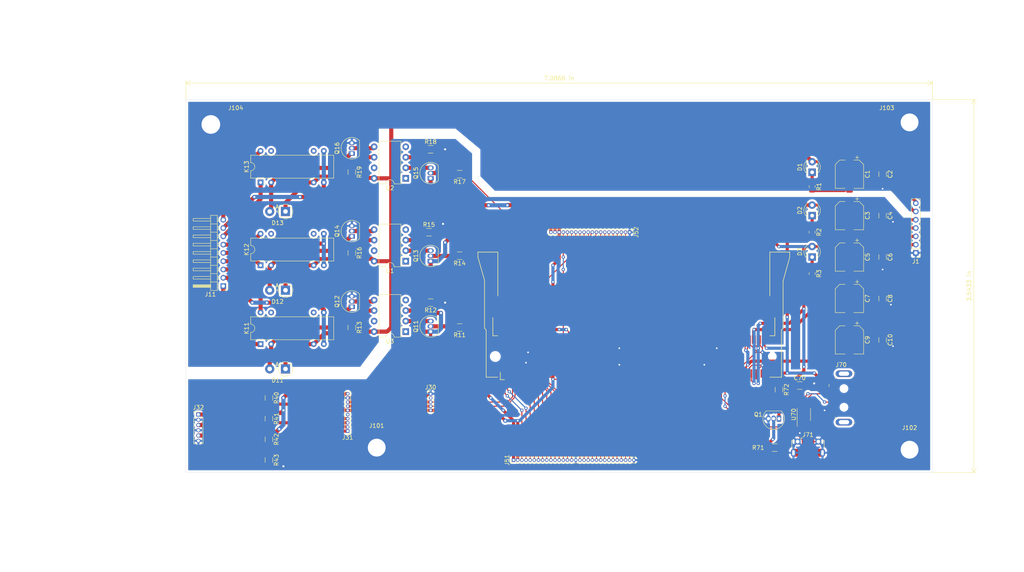
<source format=kicad_pcb>
(kicad_pcb (version 20171130) (host pcbnew "(5.1.2)-1")
  (title_block (title "Custom Compute Module IO Board") (date 2019-06-25) (rev "Emilio Moretti") (company "DCI CESE UBA - ITBA") (comment 1 "Autor: Ing. Fortunatti Nelson") (comment 2 https://github.com/nelsonfort/RepositorioPCB.git))
  (layers (0 F.Cu signal) (31 B.Cu signal) (34 B.Paste user) (35 F.Paste user) (36 B.SilkS user) (37 F.SilkS user) (38 B.Mask user) (39 F.Mask user) (44 Edge.Cuts user))
  (net 0 "")
  (net 1 GNDPWR)
  (net 2 +12V)
  (net 3 GND)
  (net 4 +5V)
  (net 5 +3V3)
  (net 6 +2V5)
  (net 7 +1V8)
  (net 8 "Net-(D1-Pad1)")
  (net 9 "Net-(D2-Pad1)")
  (net 10 "Net-(D3-Pad1)")
  (net 11 "Net-(D11-Pad2)")
  (net 12 "Net-(D12-Pad2)")
  (net 13 "Net-(D13-Pad2)")
  (net 14 /OptocouplerAndRelays/VentCOM)
  (net 15 /OptocouplerAndRelays/VentNA)
  (net 16 /OptocouplerAndRelays/ResNC)
  (net 17 /OptocouplerAndRelays/ResCOM)
  (net 18 /OptocouplerAndRelays/ResNA)
  (net 19 /OptocouplerAndRelays/CompNC)
  (net 20 /OptocouplerAndRelays/CompCOM)
  (net 21 /OptocouplerAndRelays/CompNA)
  (net 22 /raspberryModuleConnection/GPIO3)
  (net 23 /raspberryModuleConnection/GPIO2)
  (net 24 "Net-(J30-Pad2)")
  (net 25 "Net-(J31-Pad5)")
  (net 26 /ADCyRTC/A0)
  (net 27 /ADCyRTC/A1)
  (net 28 /ADCyRTC/A2)
  (net 29 /ADCyRTC/A3)
  (net 30 /GPIO-Connectors/GPIO27)
  (net 31 /GPIO-Connectors/GPIO26)
  (net 32 /GPIO-Connectors/GPIO25)
  (net 33 /GPIO-Connectors/GPIO24)
  (net 34 /GPIO-Connectors/GPIO23)
  (net 35 /GPIO-Connectors/GPIO22)
  (net 36 /GPIO-Connectors/GPIO21)
  (net 37 /GPIO-Connectors/GPIO20)
  (net 38 /GPIO-Connectors/GPIO19)
  (net 39 /GPIO-Connectors/GPIO18)
  (net 40 /GPIO-Connectors/GPIO17)
  (net 41 /GPIO-Connectors/GPIO16)
  (net 42 /GPIO-Connectors/GPIO15)
  (net 43 /GPIO-Connectors/GPIO14)
  (net 44 /GPIO-Connectors/GPIO13)
  (net 45 /GPIO-Connectors/GPIO12)
  (net 46 /GPIO-Connectors/GPIO11)
  (net 47 /GPIO-Connectors/GPIO10)
  (net 48 /GPIO-Connectors/GPIO9)
  (net 49 /GPIO-Connectors/GPIO8)
  (net 50 /GPIO-Connectors/GPIO7)
  (net 51 /GPIO-Connectors/GPIO6)
  (net 52 /GPIO-Connectors/GPIO5)
  (net 53 /GPIO-Connectors/GPIO4)
  (net 54 /GPIO-Connectors/GPIO1)
  (net 55 /GPIO-Connectors/GPIO0)
  (net 56 /GPIO-Connectors/RUN)
  (net 57 /GPIO-Connectors/GPIO31)
  (net 58 /GPIO-Connectors/GPIO32)
  (net 59 /GPIO-Connectors/GPIO33)
  (net 60 /GPIO-Connectors/GPIO34)
  (net 61 /GPIO-Connectors/GPIO35)
  (net 62 /GPIO-Connectors/GPIO36)
  (net 63 /GPIO-Connectors/GPIO37)
  (net 64 /GPIO-Connectors/GPIO38)
  (net 65 /GPIO-Connectors/GPIO39)
  (net 66 /GPIO-Connectors/GPIO40)
  (net 67 /GPIO-Connectors/GPIO41)
  (net 68 /GPIO-Connectors/GPIO42)
  (net 69 /GPIO-Connectors/GPIO43)
  (net 70 /GPIO-Connectors/GPIO44)
  (net 71 /GPIO-Connectors/GPIO45)
  (net 72 "Net-(J70-Pad2)")
  (net 73 "Net-(J70-Pad3)")
  (net 74 "Net-(J71-Pad3)")
  (net 75 "Net-(J71-Pad4)")
  (net 76 /HDMIyUSB/VIN_USB_SLAVE)
  (net 77 "Net-(J71-Pad2)")
  (net 78 /OptocouplerAndRelays/VentNC)
  (net 79 /HDMIyUSB/SEL)
  (net 80 "Net-(Q1-Pad2)")
  (net 81 "Net-(Q11-Pad3)")
  (net 82 "Net-(Q11-Pad2)")
  (net 83 "Net-(Q12-Pad2)")
  (net 84 "Net-(Q13-Pad3)")
  (net 85 "Net-(Q13-Pad2)")
  (net 86 "Net-(Q14-Pad2)")
  (net 87 "Net-(Q15-Pad3)")
  (net 88 "Net-(Q15-Pad2)")
  (net 89 "Net-(Q16-Pad2)")
  (net 90 /OptocouplerAndRelays/CompSignal)
  (net 91 "Net-(R12-Pad2)")
  (net 92 "Net-(R13-Pad1)")
  (net 93 /raspberryModuleConnection/GPIO29)
  (net 94 "Net-(R15-Pad1)")
  (net 95 "Net-(R16-Pad1)")
  (net 96 /raspberryModuleConnection/GPIO30)
  (net 97 "Net-(R18-Pad1)")
  (net 98 "Net-(R19-Pad1)")
  (net 99 "Net-(U1-Pad4)")
  (net 100 "Net-(U1-Pad7)")
  (net 101 "Net-(U1-Pad1)")
  (net 102 "Net-(U2-Pad4)")
  (net 103 "Net-(U2-Pad7)")
  (net 104 "Net-(U2-Pad1)")
  (net 105 "Net-(U3-Pad4)")
  (net 106 "Net-(U3-Pad7)")
  (net 107 "Net-(U3-Pad1)")
  (net 108 /HDMIyUSB/USB_DM)
  (net 109 /HDMIyUSB/USB_DP)
  (net 110 "Net-(J20-Pad180)")
  (net 111 "Net-(J20-Pad179)")
  (net 112 "Net-(J20-Pad178)")
  (net 113 "Net-(J20-Pad176)")
  (net 114 /HDMIyUSB/HDMI_SCL)
  (net 115 "Net-(J20-Pad174)")
  (net 116 /HDMIyUSB/HDMI_SDA)
  (net 117 "Net-(J20-Pad172)")
  (net 118 /HDMIyUSB/HDMI_CEC)
  (net 119 /HDMIyUSB/USB_OTGID)
  (net 120 "Net-(J20-Pad166)")
  (net 121 "Net-(J20-Pad162)")
  (net 122 "Net-(J20-Pad161)")
  (net 123 "Net-(J20-Pad160)")
  (net 124 "Net-(J20-Pad159)")
  (net 125 "Net-(J20-Pad158)")
  (net 126 "Net-(J20-Pad156)")
  (net 127 "Net-(J20-Pad155)")
  (net 128 "Net-(J20-Pad154)")
  (net 129 "Net-(J20-Pad153)")
  (net 130 "Net-(J20-Pad150)")
  (net 131 "Net-(J20-Pad149)")
  (net 132 "Net-(J20-Pad148)")
  (net 133 "Net-(J20-Pad147)")
  (net 134 "Net-(J20-Pad144)")
  (net 135 "Net-(J20-Pad143)")
  (net 136 "Net-(J20-Pad142)")
  (net 137 "Net-(J20-Pad141)")
  (net 138 "Net-(J20-Pad138)")
  (net 139 "Net-(J20-Pad137)")
  (net 140 "Net-(J20-Pad136)")
  (net 141 "Net-(J20-Pad135)")
  (net 142 "Net-(J20-Pad132)")
  (net 143 /HDMIyUSB/HDMI_D2_P)
  (net 144 "Net-(J20-Pad130)")
  (net 145 /HDMIyUSB/HDMI_D2_N)
  (net 146 "Net-(J20-Pad128)")
  (net 147 "Net-(J20-Pad126)")
  (net 148 /HDMIyUSB/HDMI_D1_P)
  (net 149 "Net-(J20-Pad124)")
  (net 150 /HDMIyUSB/HDMI_D1_N)
  (net 151 "Net-(J20-Pad120)")
  (net 152 /HDMIyUSB/HDMI_D0_P)
  (net 153 "Net-(J20-Pad118)")
  (net 154 /HDMIyUSB/HDMI_D0_N)
  (net 155 "Net-(J20-Pad114)")
  (net 156 /HDMIyUSB/HDMI_CK_P)
  (net 157 "Net-(J20-Pad112)")
  (net 158 /HDMIyUSB/HDMI_CK_N)
  (net 159 "Net-(J20-Pad108)")
  (net 160 "Net-(J20-Pad107)")
  (net 161 "Net-(J20-Pad106)")
  (net 162 "Net-(J20-Pad105)")
  (net 163 "Net-(J20-Pad102)")
  (net 164 "Net-(J20-Pad101)")
  (net 165 "Net-(J20-Pad100)")
  (net 166 "Net-(J20-Pad99)")
  (net 167 "Net-(J20-Pad96)")
  (net 168 "Net-(J20-Pad95)")
  (net 169 "Net-(J20-Pad94)")
  (net 170 "Net-(J20-Pad93)")
  (net 171 /HDMIyUSB/EMMC_EN_N_1V8)
  (net 172 /HDMIyUSB/HDMI_HPD_N_1V8)
  (net 173 "Net-(J20-Pad24)")
  (net 174 "Net-(J20-Pad22)")
  (net 175 "Net-(J20-Pad18)")
  (net 176 "Net-(J20-Pad16)")
  (net 177 "Net-(J20-Pad12)")
  (net 178 "Net-(J20-Pad10)")
  (net 179 /HDMIyUSB/EMMC_DISABLE_N)
  (net 180 "Net-(J101-Pad1)")
  (net 181 "Net-(J102-Pad1)")
  (net 182 "Net-(J103-Pad1)")
  (net 183 "Net-(J104-Pad1)")
  (module MountingHole:MountingHole_4.3mm_M4_Pad (layer F.Cu) (at 234.5 124.5)
    (fp_text reference J102 (at 0 -5.3) (layer F.SilkS))
    (fp_text value Conn_01x01)
    (pad 1 thru_hole circle (at 0 0) (size 8.6 8.6) (drill 4.3) (layers *.Cu *.Mask) (net 181 "Net-(J102-Pad1)"))
  )
  (module MountingHole:MountingHole_4.5mm_Pad (layer F.Cu) (at 66 46)
    (fp_text reference J104 (at 6 -4) (layer F.SilkS))
    (fp_text value Conn_01x01)
    (pad 1 thru_hole circle (at 0 0) (size 9 9) (drill 4.5) (layers *.Cu *.Mask) (net 183 "Net-(J104-Pad1)"))
  )
  (module MountingHole:MountingHole_4.3mm_M4_Pad (layer F.Cu) (at 234.5 45.5)
    (fp_text reference J103 (at -5.5 -3.5) (layer F.SilkS))
    (fp_text value Conn_01x01)
    (pad 1 thru_hole circle (at 0 0) (size 8.6 8.6) (drill 4.3) (layers *.Cu *.Mask) (net 182 "Net-(J103-Pad1)"))
  )
  (module MountingHole:MountingHole_4.3mm_M4_Pad (layer F.Cu) (at 106 124)
    (fp_text reference J101 (at 0 -5.3) (layer F.SilkS))
    (fp_text value Conn_01x01)
    (pad 1 thru_hole circle (at 0 0) (size 8.6 8.6) (drill 4.3) (layers *.Cu *.Mask) (net 180 "Net-(J101-Pad1)"))
  )
  (module SymbolsAndFootprints:ConnectorFootprintSodimm200 (layer F.Cu) (at 168 102 90)
    (fp_text reference J20)
    (fp_text value SODIMM-200ForRpi)
    (pad 41 smd rect (at -4.1 -16.05 90) (size 2 0.35) (layers F.Cu F.Paste) (net 5 +3V3))
    (pad 1 smd rect (at -4.1 -31.65 90) (size 2 0.35) (layers F.Cu F.Paste) (net 3 GND))
    (pad "" np_thru_hole circle (at 0 33.4 90) (size 1.1 1.1) (drill 1.1) (layers *.Cu))
    (pad "" np_thru_hole circle (at 0 -33.4 90) (size 1.6 1.6) (drill 1.6) (layers *.Cu))
    (pad "" smd rect (at 12 -32.55 90) (size 4.6 4.5) (layers F.Cu F.Paste F.Mask))
    (pad "" smd rect (at 12 32.55 90) (size 4.6 4.5) (layers F.Cu F.Paste F.Mask))
    (pad 2 smd rect (at 4.099999 -31.35 90) (size 2 0.35) (layers F.Cu F.Paste) (net 179 /HDMIyUSB/EMMC_DISABLE_N))
    (pad 3 smd rect (at -4.1 -31.05 90) (size 2 0.35) (layers F.Cu F.Paste) (net 55 /GPIO-Connectors/GPIO0))
    (pad 4 smd rect (at 4.099999 -30.75 90) (size 2 0.35) (layers F.Cu F.Paste) (net 5 +3V3))
    (pad 5 smd rect (at -4.1 -30.45 90) (size 2 0.35) (layers F.Cu F.Paste) (net 54 /GPIO-Connectors/GPIO1))
    (pad 6 smd rect (at 4.099999 -30.15 90) (size 2 0.35) (layers F.Cu F.Paste) (net 5 +3V3))
    (pad 7 smd rect (at -4.1 -29.85 90) (size 2 0.35) (layers F.Cu F.Paste) (net 3 GND))
    (pad 8 smd rect (at 4.099999 -29.55 90) (size 2 0.35) (layers F.Cu F.Paste) (net 3 GND))
    (pad 9 smd rect (at -4.1 -29.25 90) (size 2 0.35) (layers F.Cu F.Paste) (net 23 /raspberryModuleConnection/GPIO2))
    (pad 10 smd rect (at 4.099999 -28.95 90) (size 2 0.35) (layers F.Cu F.Paste) (net 178 "Net-(J20-Pad10)"))
    (pad 11 smd rect (at -4.1 -28.65 90) (size 2 0.35) (layers F.Cu F.Paste) (net 22 /raspberryModuleConnection/GPIO3))
    (pad 12 smd rect (at 4.099999 -28.35 90) (size 2 0.35) (layers F.Cu F.Paste) (net 177 "Net-(J20-Pad12)"))
    (pad 13 smd rect (at -4.1 -28.05 90) (size 2 0.35) (layers F.Cu F.Paste) (net 3 GND))
    (pad 14 smd rect (at 4.099999 -27.75 90) (size 2 0.35) (layers F.Cu F.Paste) (net 3 GND))
    (pad 15 smd rect (at -4.1 -27.45 90) (size 2 0.35) (layers F.Cu F.Paste) (net 53 /GPIO-Connectors/GPIO4))
    (pad 16 smd rect (at 4.099999 -27.15 90) (size 2 0.35) (layers F.Cu F.Paste) (net 176 "Net-(J20-Pad16)"))
    (pad 17 smd rect (at -4.1 -26.85 90) (size 2 0.35) (layers F.Cu F.Paste) (net 52 /GPIO-Connectors/GPIO5))
    (pad 18 smd rect (at 4.099999 -26.55 90) (size 2 0.35) (layers F.Cu F.Paste) (net 175 "Net-(J20-Pad18)"))
    (pad 19 smd rect (at -4.1 -26.25 90) (size 2 0.35) (layers F.Cu F.Paste) (net 3 GND))
    (pad 20 smd rect (at 4.099999 -25.95 90) (size 2 0.35) (layers F.Cu F.Paste) (net 3 GND))
    (pad 21 smd rect (at -4.1 -25.65 90) (size 2 0.35) (layers F.Cu F.Paste) (net 51 /GPIO-Connectors/GPIO6))
    (pad 22 smd rect (at 4.099999 -25.35 90) (size 2 0.35) (layers F.Cu F.Paste) (net 174 "Net-(J20-Pad22)"))
    (pad 23 smd rect (at -4.1 -25.05 90) (size 2 0.35) (layers F.Cu F.Paste) (net 50 /GPIO-Connectors/GPIO7))
    (pad 24 smd rect (at 4.099999 -24.75 90) (size 2 0.35) (layers F.Cu F.Paste) (net 173 "Net-(J20-Pad24)"))
    (pad 25 smd rect (at -4.1 -24.45 90) (size 2 0.35) (layers F.Cu F.Paste) (net 3 GND))
    (pad 26 smd rect (at 4.099999 -24.15 90) (size 2 0.35) (layers F.Cu F.Paste) (net 3 GND))
    (pad 27 smd rect (at -4.1 -23.85 90) (size 2 0.35) (layers F.Cu F.Paste) (net 49 /GPIO-Connectors/GPIO8))
    (pad 28 smd rect (at 4.099999 -23.55 90) (size 2 0.35) (layers F.Cu F.Paste) (net 90 /OptocouplerAndRelays/CompSignal))
    (pad 29 smd rect (at -4.1 -23.25 90) (size 2 0.35) (layers F.Cu F.Paste) (net 48 /GPIO-Connectors/GPIO9))
    (pad 30 smd rect (at 4.099999 -22.95 90) (size 2 0.35) (layers F.Cu F.Paste) (net 93 /raspberryModuleConnection/GPIO29))
    (pad 31 smd rect (at -4.1 -22.65 90) (size 2 0.35) (layers F.Cu F.Paste) (net 3 GND))
    (pad 32 smd rect (at 4.099999 -22.35 90) (size 2 0.35) (layers F.Cu F.Paste) (net 3 GND))
    (pad 33 smd rect (at -4.1 -22.05 90) (size 2 0.35) (layers F.Cu F.Paste) (net 47 /GPIO-Connectors/GPIO10))
    (pad 34 smd rect (at 4.099999 -21.75 90) (size 2 0.35) (layers F.Cu F.Paste) (net 96 /raspberryModuleConnection/GPIO30))
    (pad 35 smd rect (at -4.1 -21.45 90) (size 2 0.35) (layers F.Cu F.Paste) (net 46 /GPIO-Connectors/GPIO11))
    (pad 36 smd rect (at 4.099999 -21.15 90) (size 2 0.35) (layers F.Cu F.Paste) (net 57 /GPIO-Connectors/GPIO31))
    (pad 37 smd rect (at -4.1 -20.85 90) (size 2 0.35) (layers F.Cu F.Paste) (net 3 GND))
    (pad 38 smd rect (at 4.099999 -20.55 90) (size 2 0.35) (layers F.Cu F.Paste) (net 3 GND))
    (pad 39 smd rect (at -4.1 -20.25 90) (size 2 0.35) (layers F.Cu F.Paste) (net 5 +3V3))
    (pad 40 smd rect (at 4.099999 -19.95 90) (size 2 0.35) (layers F.Cu F.Paste) (net 5 +3V3))
    (pad 42 smd rect (at 4.099999 -15.75 90) (size 2 0.35) (layers F.Cu F.Paste) (net 5 +3V3))
    (pad 43 smd rect (at -4.1 -15.45 90) (size 2 0.35) (layers F.Cu F.Paste) (net 3 GND))
    (pad 44 smd rect (at 4.099999 -15.15 90) (size 2 0.35) (layers F.Cu F.Paste) (net 3 GND))
    (pad 45 smd rect (at -4.1 -14.85 90) (size 2 0.35) (layers F.Cu F.Paste) (net 45 /GPIO-Connectors/GPIO12))
    (pad 46 smd rect (at 4.099999 -14.55 90) (size 2 0.35) (layers F.Cu F.Paste) (net 58 /GPIO-Connectors/GPIO32))
    (pad 47 smd rect (at -4.1 -14.25 90) (size 2 0.35) (layers F.Cu F.Paste) (net 44 /GPIO-Connectors/GPIO13))
    (pad 48 smd rect (at 4.099999 -13.95 90) (size 2 0.35) (layers F.Cu F.Paste) (net 59 /GPIO-Connectors/GPIO33))
    (pad 49 smd rect (at -4.1 -13.65 90) (size 2 0.35) (layers F.Cu F.Paste) (net 3 GND))
    (pad 50 smd rect (at 4.099999 -13.35 90) (size 2 0.35) (layers F.Cu F.Paste) (net 3 GND))
    (pad 51 smd rect (at -4.1 -13.05 90) (size 2 0.35) (layers F.Cu F.Paste) (net 43 /GPIO-Connectors/GPIO14))
    (pad 52 smd rect (at 4.099999 -12.75 90) (size 2 0.35) (layers F.Cu F.Paste) (net 60 /GPIO-Connectors/GPIO34))
    (pad 53 smd rect (at -4.1 -12.45 90) (size 2 0.35) (layers F.Cu F.Paste) (net 42 /GPIO-Connectors/GPIO15))
    (pad 54 smd rect (at 4.099999 -12.15 90) (size 2 0.35) (layers F.Cu F.Paste) (net 61 /GPIO-Connectors/GPIO35))
    (pad 55 smd rect (at -4.1 -11.85 90) (size 2 0.35) (layers F.Cu F.Paste) (net 3 GND))
    (pad 56 smd rect (at 4.099999 -11.55 90) (size 2 0.35) (layers F.Cu F.Paste) (net 3 GND))
    (pad 57 smd rect (at -4.1 -11.25 90) (size 2 0.35) (layers F.Cu F.Paste) (net 41 /GPIO-Connectors/GPIO16))
    (pad 58 smd rect (at 4.099999 -10.95 90) (size 2 0.35) (layers F.Cu F.Paste) (net 62 /GPIO-Connectors/GPIO36))
    (pad 59 smd rect (at -4.1 -10.65 90) (size 2 0.35) (layers F.Cu F.Paste) (net 40 /GPIO-Connectors/GPIO17))
    (pad 60 smd rect (at 4.099999 -10.35 90) (size 2 0.35) (layers F.Cu F.Paste) (net 63 /GPIO-Connectors/GPIO37))
    (pad 61 smd rect (at -4.1 -10.05 90) (size 2 0.35) (layers F.Cu F.Paste) (net 3 GND))
    (pad 62 smd rect (at 4.099999 -9.75 90) (size 2 0.35) (layers F.Cu F.Paste) (net 3 GND))
    (pad 63 smd rect (at -4.1 -9.45 90) (size 2 0.35) (layers F.Cu F.Paste) (net 39 /GPIO-Connectors/GPIO18))
    (pad 64 smd rect (at 4.099999 -9.15 90) (size 2 0.35) (layers F.Cu F.Paste) (net 64 /GPIO-Connectors/GPIO38))
    (pad 65 smd rect (at -4.1 -8.85 90) (size 2 0.35) (layers F.Cu F.Paste) (net 38 /GPIO-Connectors/GPIO19))
    (pad 66 smd rect (at 4.099999 -8.55 90) (size 2 0.35) (layers F.Cu F.Paste) (net 65 /GPIO-Connectors/GPIO39))
    (pad 67 smd rect (at -4.1 -8.25 90) (size 2 0.35) (layers F.Cu F.Paste) (net 3 GND))
    (pad 68 smd rect (at 4.099999 -7.95 90) (size 2 0.35) (layers F.Cu F.Paste) (net 3 GND))
    (pad 69 smd rect (at -4.1 -7.65 90) (size 2 0.35) (layers F.Cu F.Paste) (net 37 /GPIO-Connectors/GPIO20))
    (pad 70 smd rect (at 4.099999 -7.35 90) (size 2 0.35) (layers F.Cu F.Paste) (net 66 /GPIO-Connectors/GPIO40))
    (pad 71 smd rect (at -4.1 -7.05 90) (size 2 0.35) (layers F.Cu F.Paste) (net 36 /GPIO-Connectors/GPIO21))
    (pad 72 smd rect (at 4.099999 -6.75 90) (size 2 0.35) (layers F.Cu F.Paste) (net 67 /GPIO-Connectors/GPIO41))
    (pad 73 smd rect (at -4.1 -6.45 90) (size 2 0.35) (layers F.Cu F.Paste) (net 3 GND))
    (pad 74 smd rect (at 4.099999 -6.15 90) (size 2 0.35) (layers F.Cu F.Paste) (net 3 GND))
    (pad 75 smd rect (at -4.1 -5.85 90) (size 2 0.35) (layers F.Cu F.Paste) (net 35 /GPIO-Connectors/GPIO22))
    (pad 76 smd rect (at 4.099999 -5.55 90) (size 2 0.35) (layers F.Cu F.Paste) (net 68 /GPIO-Connectors/GPIO42))
    (pad 77 smd rect (at -4.1 -5.25 90) (size 2 0.35) (layers F.Cu F.Paste) (net 34 /GPIO-Connectors/GPIO23))
    (pad 78 smd rect (at 4.099999 -4.95 90) (size 2 0.35) (layers F.Cu F.Paste) (net 69 /GPIO-Connectors/GPIO43))
    (pad 79 smd rect (at -4.1 -4.65 90) (size 2 0.35) (layers F.Cu F.Paste) (net 3 GND))
    (pad 80 smd rect (at 4.099999 -4.35 90) (size 2 0.35) (layers F.Cu F.Paste) (net 3 GND))
    (pad 81 smd rect (at -4.1 -4.05 90) (size 2 0.35) (layers F.Cu F.Paste) (net 33 /GPIO-Connectors/GPIO24))
    (pad 82 smd rect (at 4.099999 -3.75 90) (size 2 0.35) (layers F.Cu F.Paste) (net 70 /GPIO-Connectors/GPIO44))
    (pad 83 smd rect (at -4.1 -3.45 90) (size 2 0.35) (layers F.Cu F.Paste) (net 32 /GPIO-Connectors/GPIO25))
    (pad 84 smd rect (at 4.099999 -3.15 90) (size 2 0.35) (layers F.Cu F.Paste) (net 71 /GPIO-Connectors/GPIO45))
    (pad 85 smd rect (at -4.1 -2.85 90) (size 2 0.35) (layers F.Cu F.Paste) (net 3 GND))
    (pad 86 smd rect (at 4.099999 -2.55 90) (size 2 0.35) (layers F.Cu F.Paste) (net 3 GND))
    (pad 87 smd rect (at -4.1 -2.25 90) (size 2 0.35) (layers F.Cu F.Paste) (net 31 /GPIO-Connectors/GPIO26))
    (pad 88 smd rect (at 4.099999 -1.95 90) (size 2 0.35) (layers F.Cu F.Paste) (net 172 /HDMIyUSB/HDMI_HPD_N_1V8))
    (pad 89 smd rect (at -4.1 -1.65 90) (size 2 0.35) (layers F.Cu F.Paste) (net 30 /GPIO-Connectors/GPIO27))
    (pad 90 smd rect (at 4.099999 -1.35 90) (size 2 0.35) (layers F.Cu F.Paste) (net 171 /HDMIyUSB/EMMC_EN_N_1V8))
    (pad 91 smd rect (at -4.1 -1.05 90) (size 2 0.35) (layers F.Cu F.Paste) (net 3 GND))
    (pad 92 smd rect (at 4.099999 -0.75 90) (size 2 0.35) (layers F.Cu F.Paste) (net 3 GND))
    (pad 93 smd rect (at -4.1 -0.45 90) (size 2 0.35) (layers F.Cu F.Paste) (net 170 "Net-(J20-Pad93)"))
    (pad 94 smd rect (at 4.099999 -0.15 90) (size 2 0.35) (layers F.Cu F.Paste) (net 169 "Net-(J20-Pad94)"))
    (pad 95 smd rect (at -4.1 0.15 90) (size 2 0.35) (layers F.Cu F.Paste) (net 168 "Net-(J20-Pad95)"))
    (pad 96 smd rect (at 4.099999 0.45 90) (size 2 0.35) (layers F.Cu F.Paste) (net 167 "Net-(J20-Pad96)"))
    (pad 97 smd rect (at -4.1 0.75 90) (size 2 0.35) (layers F.Cu F.Paste) (net 3 GND))
    (pad 98 smd rect (at 4.099999 1.05 90) (size 2 0.35) (layers F.Cu F.Paste) (net 3 GND))
    (pad 99 smd rect (at -4.1 1.35 90) (size 2 0.35) (layers F.Cu F.Paste) (net 166 "Net-(J20-Pad99)"))
    (pad 100 smd rect (at 4.099999 1.65 90) (size 2 0.35) (layers F.Cu F.Paste) (net 165 "Net-(J20-Pad100)"))
    (pad 101 smd rect (at -4.1 1.95 90) (size 2 0.35) (layers F.Cu F.Paste) (net 164 "Net-(J20-Pad101)"))
    (pad 102 smd rect (at 4.099999 2.25 90) (size 2 0.35) (layers F.Cu F.Paste) (net 163 "Net-(J20-Pad102)"))
    (pad 103 smd rect (at -4.1 2.55 90) (size 2 0.35) (layers F.Cu F.Paste) (net 3 GND))
    (pad 104 smd rect (at 4.099999 2.85 90) (size 2 0.35) (layers F.Cu F.Paste) (net 3 GND))
    (pad 105 smd rect (at -4.1 3.15 90) (size 2 0.35) (layers F.Cu F.Paste) (net 162 "Net-(J20-Pad105)"))
    (pad 106 smd rect (at 4.099999 3.45 90) (size 2 0.35) (layers F.Cu F.Paste) (net 161 "Net-(J20-Pad106)"))
    (pad 107 smd rect (at -4.1 3.75 90) (size 2 0.35) (layers F.Cu F.Paste) (net 160 "Net-(J20-Pad107)"))
    (pad 108 smd rect (at 4.099999 4.05 90) (size 2 0.35) (layers F.Cu F.Paste) (net 159 "Net-(J20-Pad108)"))
    (pad 109 smd rect (at -4.1 4.35 90) (size 2 0.35) (layers F.Cu F.Paste) (net 3 GND))
    (pad 110 smd rect (at 4.099999 4.65 90) (size 2 0.35) (layers F.Cu F.Paste) (net 3 GND))
    (pad 111 smd rect (at -4.1 4.95 90) (size 2 0.35) (layers F.Cu F.Paste) (net 158 /HDMIyUSB/HDMI_CK_N))
    (pad 112 smd rect (at 4.099999 5.25 90) (size 2 0.35) (layers F.Cu F.Paste) (net 157 "Net-(J20-Pad112)"))
    (pad 113 smd rect (at -4.1 5.55 90) (size 2 0.35) (layers F.Cu F.Paste) (net 156 /HDMIyUSB/HDMI_CK_P))
    (pad 114 smd rect (at 4.099999 5.85 90) (size 2 0.35) (layers F.Cu F.Paste) (net 155 "Net-(J20-Pad114)"))
    (pad 115 smd rect (at -4.1 6.15 90) (size 2 0.35) (layers F.Cu F.Paste) (net 3 GND))
    (pad 116 smd rect (at 4.099999 6.45 90) (size 2 0.35) (layers F.Cu F.Paste) (net 3 GND))
    (pad 117 smd rect (at -4.1 6.75 90) (size 2 0.35) (layers F.Cu F.Paste) (net 154 /HDMIyUSB/HDMI_D0_N))
    (pad 118 smd rect (at 4.099999 7.05 90) (size 2 0.35) (layers F.Cu F.Paste) (net 153 "Net-(J20-Pad118)"))
    (pad 119 smd rect (at -4.1 7.35 90) (size 2 0.35) (layers F.Cu F.Paste) (net 152 /HDMIyUSB/HDMI_D0_P))
    (pad 120 smd rect (at 4.099999 7.65 90) (size 2 0.35) (layers F.Cu F.Paste) (net 151 "Net-(J20-Pad120)"))
    (pad 121 smd rect (at -4.1 7.95 90) (size 2 0.35) (layers F.Cu F.Paste) (net 3 GND))
    (pad 122 smd rect (at 4.099999 8.25 90) (size 2 0.35) (layers F.Cu F.Paste) (net 3 GND))
    (pad 123 smd rect (at -4.1 8.55 90) (size 2 0.35) (layers F.Cu F.Paste) (net 150 /HDMIyUSB/HDMI_D1_N))
    (pad 124 smd rect (at 4.099999 8.85 90) (size 2 0.35) (layers F.Cu F.Paste) (net 149 "Net-(J20-Pad124)"))
    (pad 125 smd rect (at -4.1 9.15 90) (size 2 0.35) (layers F.Cu F.Paste) (net 148 /HDMIyUSB/HDMI_D1_P))
    (pad 126 smd rect (at 4.099999 9.45 90) (size 2 0.35) (layers F.Cu F.Paste) (net 147 "Net-(J20-Pad126)"))
    (pad 127 smd rect (at -4.1 9.75 90) (size 2 0.35) (layers F.Cu F.Paste) (net 3 GND))
    (pad 128 smd rect (at 4.099999 10.05 90) (size 2 0.35) (layers F.Cu F.Paste) (net 146 "Net-(J20-Pad128)"))
    (pad 129 smd rect (at -4.1 10.35 90) (size 2 0.35) (layers F.Cu F.Paste) (net 145 /HDMIyUSB/HDMI_D2_N))
    (pad 130 smd rect (at 4.099999 10.65 90) (size 2 0.35) (layers F.Cu F.Paste) (net 144 "Net-(J20-Pad130)"))
    (pad 131 smd rect (at -4.1 10.95 90) (size 2 0.35) (layers F.Cu F.Paste) (net 143 /HDMIyUSB/HDMI_D2_P))
    (pad 132 smd rect (at 4.099999 11.25 90) (size 2 0.35) (layers F.Cu F.Paste) (net 142 "Net-(J20-Pad132)"))
    (pad 133 smd rect (at -4.1 11.55 90) (size 2 0.35) (layers F.Cu F.Paste) (net 3 GND))
    (pad 134 smd rect (at 4.099999 11.85 90) (size 2 0.35) (layers F.Cu F.Paste) (net 3 GND))
    (pad 135 smd rect (at -4.1 12.15 90) (size 2 0.35) (layers F.Cu F.Paste) (net 141 "Net-(J20-Pad135)"))
    (pad 136 smd rect (at 4.099999 12.45 90) (size 2 0.35) (layers F.Cu F.Paste) (net 140 "Net-(J20-Pad136)"))
    (pad 137 smd rect (at -4.1 12.75 90) (size 2 0.35) (layers F.Cu F.Paste) (net 139 "Net-(J20-Pad137)"))
    (pad 138 smd rect (at 4.099999 13.05 90) (size 2 0.35) (layers F.Cu F.Paste) (net 138 "Net-(J20-Pad138)"))
    (pad 139 smd rect (at -4.1 13.35 90) (size 2 0.35) (layers F.Cu F.Paste) (net 3 GND))
    (pad 140 smd rect (at 4.099999 13.65 90) (size 2 0.35) (layers F.Cu F.Paste) (net 3 GND))
    (pad 141 smd rect (at -4.1 13.95 90) (size 2 0.35) (layers F.Cu F.Paste) (net 137 "Net-(J20-Pad141)"))
    (pad 142 smd rect (at 4.099999 14.25 90) (size 2 0.35) (layers F.Cu F.Paste) (net 136 "Net-(J20-Pad142)"))
    (pad 143 smd rect (at -4.1 14.55 90) (size 2 0.35) (layers F.Cu F.Paste) (net 135 "Net-(J20-Pad143)"))
    (pad 144 smd rect (at 4.099999 14.85 90) (size 2 0.35) (layers F.Cu F.Paste) (net 134 "Net-(J20-Pad144)"))
    (pad 145 smd rect (at -4.1 15.15 90) (size 2 0.35) (layers F.Cu F.Paste) (net 3 GND))
    (pad 146 smd rect (at 4.099999 15.45 90) (size 2 0.35) (layers F.Cu F.Paste) (net 3 GND))
    (pad 147 smd rect (at -4.1 15.75 90) (size 2 0.35) (layers F.Cu F.Paste) (net 133 "Net-(J20-Pad147)"))
    (pad 148 smd rect (at 4.099999 16.05 90) (size 2 0.35) (layers F.Cu F.Paste) (net 132 "Net-(J20-Pad148)"))
    (pad 149 smd rect (at -4.1 16.35 90) (size 2 0.35) (layers F.Cu F.Paste) (net 131 "Net-(J20-Pad149)"))
    (pad 150 smd rect (at 4.099999 16.65 90) (size 2 0.35) (layers F.Cu F.Paste) (net 130 "Net-(J20-Pad150)"))
    (pad 151 smd rect (at -4.1 16.95 90) (size 2 0.35) (layers F.Cu F.Paste) (net 3 GND))
    (pad 152 smd rect (at 4.099999 17.25 90) (size 2 0.35) (layers F.Cu F.Paste) (net 3 GND))
    (pad 153 smd rect (at -4.1 17.55 90) (size 2 0.35) (layers F.Cu F.Paste) (net 129 "Net-(J20-Pad153)"))
    (pad 154 smd rect (at 4.099999 17.85 90) (size 2 0.35) (layers F.Cu F.Paste) (net 128 "Net-(J20-Pad154)"))
    (pad 155 smd rect (at -4.1 18.15 90) (size 2 0.35) (layers F.Cu F.Paste) (net 127 "Net-(J20-Pad155)"))
    (pad 156 smd rect (at 4.099999 18.45 90) (size 2 0.35) (layers F.Cu F.Paste) (net 126 "Net-(J20-Pad156)"))
    (pad 157 smd rect (at -4.1 18.75 90) (size 2 0.35) (layers F.Cu F.Paste) (net 3 GND))
    (pad 158 smd rect (at 4.099999 19.05 90) (size 2 0.35) (layers F.Cu F.Paste) (net 125 "Net-(J20-Pad158)"))
    (pad 159 smd rect (at -4.1 19.35 90) (size 2 0.35) (layers F.Cu F.Paste) (net 124 "Net-(J20-Pad159)"))
    (pad 160 smd rect (at 4.099999 19.65 90) (size 2 0.35) (layers F.Cu F.Paste) (net 123 "Net-(J20-Pad160)"))
    (pad 161 smd rect (at -4.1 19.95 90) (size 2 0.35) (layers F.Cu F.Paste) (net 122 "Net-(J20-Pad161)"))
    (pad 162 smd rect (at 4.099999 20.25 90) (size 2 0.35) (layers F.Cu F.Paste) (net 121 "Net-(J20-Pad162)"))
    (pad 163 smd rect (at -4.1 20.55 90) (size 2 0.35) (layers F.Cu F.Paste) (net 3 GND))
    (pad 164 smd rect (at 4.099999 20.85 90) (size 2 0.35) (layers F.Cu F.Paste) (net 3 GND))
    (pad 165 smd rect (at -4.1 21.15 90) (size 2 0.35) (layers F.Cu F.Paste) (net 109 /HDMIyUSB/USB_DP))
    (pad 166 smd rect (at 4.099999 21.45 90) (size 2 0.35) (layers F.Cu F.Paste) (net 120 "Net-(J20-Pad166)"))
    (pad 167 smd rect (at -4.1 21.75 90) (size 2 0.35) (layers F.Cu F.Paste) (net 108 /HDMIyUSB/USB_DM))
    (pad 168 smd rect (at 4.099999 22.05 90) (size 2 0.35) (layers F.Cu F.Paste) (net 119 /HDMIyUSB/USB_OTGID))
    (pad 169 smd rect (at -4.1 22.35 90) (size 2 0.35) (layers F.Cu F.Paste) (net 3 GND))
    (pad 170 smd rect (at 4.099999 22.65 90) (size 2 0.35) (layers F.Cu F.Paste) (net 3 GND))
    (pad 171 smd rect (at -4.1 22.95 90) (size 2 0.35) (layers F.Cu F.Paste) (net 118 /HDMIyUSB/HDMI_CEC))
    (pad 172 smd rect (at 4.099999 23.25 90) (size 2 0.35) (layers F.Cu F.Paste) (net 117 "Net-(J20-Pad172)"))
    (pad 173 smd rect (at -4.1 23.55 90) (size 2 0.35) (layers F.Cu F.Paste) (net 116 /HDMIyUSB/HDMI_SDA))
    (pad 174 smd rect (at 4.099999 23.85 90) (size 2 0.35) (layers F.Cu F.Paste) (net 115 "Net-(J20-Pad174)"))
    (pad 175 smd rect (at -4.1 24.15 90) (size 2 0.35) (layers F.Cu F.Paste) (net 114 /HDMIyUSB/HDMI_SCL))
    (pad 176 smd rect (at 4.099999 24.45 90) (size 2 0.35) (layers F.Cu F.Paste) (net 113 "Net-(J20-Pad176)"))
    (pad 177 smd rect (at -4.1 24.75 90) (size 2 0.35) (layers F.Cu F.Paste) (net 56 /GPIO-Connectors/RUN))
    (pad 178 smd rect (at 4.099999 25.05 90) (size 2 0.35) (layers F.Cu F.Paste) (net 112 "Net-(J20-Pad178)"))
    (pad 179 smd rect (at -4.1 25.35 90) (size 2 0.35) (layers F.Cu F.Paste) (net 111 "Net-(J20-Pad179)"))
    (pad 180 smd rect (at 4.099999 25.65 90) (size 2 0.35) (layers F.Cu F.Paste) (net 110 "Net-(J20-Pad180)"))
    (pad 181 smd rect (at -4.1 25.95 90) (size 2 0.35) (layers F.Cu F.Paste) (net 3 GND))
    (pad 182 smd rect (at 4.099999 26.25 90) (size 2 0.35) (layers F.Cu F.Paste) (net 3 GND))
    (pad 183 smd rect (at -4.1 26.55 90) (size 2 0.35) (layers F.Cu F.Paste) (net 7 +1V8))
    (pad 184 smd rect (at 4.099999 26.85 90) (size 2 0.35) (layers F.Cu F.Paste) (net 7 +1V8))
    (pad 185 smd rect (at -4.1 27.15 90) (size 2 0.35) (layers F.Cu F.Paste) (net 7 +1V8))
    (pad 186 smd rect (at 4.099999 27.45 90) (size 2 0.35) (layers F.Cu F.Paste) (net 7 +1V8))
    (pad 187 smd rect (at -4.1 27.75 90) (size 2 0.35) (layers F.Cu F.Paste) (net 3 GND))
    (pad 188 smd rect (at 4.099999 28.05 90) (size 2 0.35) (layers F.Cu F.Paste) (net 3 GND))
    (pad 189 smd rect (at -4.1 28.35 90) (size 2 0.35) (layers F.Cu F.Paste) (net 6 +2V5))
    (pad 190 smd rect (at 4.099999 28.65 90) (size 2 0.35) (layers F.Cu F.Paste) (net 6 +2V5))
    (pad 191 smd rect (at -4.1 28.95 90) (size 2 0.35) (layers F.Cu F.Paste) (net 5 +3V3))
    (pad 192 smd rect (at 4.099999 29.25 90) (size 2 0.35) (layers F.Cu F.Paste) (net 5 +3V3))
    (pad 193 smd rect (at -4.1 29.55 90) (size 2 0.35) (layers F.Cu F.Paste) (net 5 +3V3))
    (pad 194 smd rect (at 4.099999 29.85 90) (size 2 0.35) (layers F.Cu F.Paste) (net 5 +3V3))
    (pad 195 smd rect (at -4.1 30.15 90) (size 2 0.35) (layers F.Cu F.Paste) (net 3 GND))
    (pad 196 smd rect (at 4.099999 30.45 90) (size 2 0.35) (layers F.Cu F.Paste) (net 3 GND))
    (pad 197 smd rect (at -4.1 30.75 90) (size 2 0.35) (layers F.Cu F.Paste) (net 4 +5V))
    (pad 198 smd rect (at 4.099999 31.05 90) (size 2 0.35) (layers F.Cu F.Paste) (net 4 +5V))
    (pad 199 smd rect (at -4.1 31.35 90) (size 2 0.35) (layers F.Cu F.Paste) (net 4 +5V))
    (pad 200 smd rect (at 4.099999 31.65 90) (size 2 0.35) (layers F.Cu F.Paste) (net 4 +5V))
  )
  (module Capacitor_SMD:C_1206_3216Metric (layer F.Cu) (at 228 68 270)
    (fp_text reference C4 (at 0 -1.82 90) (layer F.SilkS))
    (fp_text value 100nF)
    (pad 2 smd roundrect (at 1.4 0 270) (size 1.25 1.75) (layers F.Cu F.Paste F.Mask) (roundrect_rratio 0.2) (net 3 GND))
    (pad 1 smd roundrect (at -1.4 0 270) (size 1.25 1.75) (layers F.Cu F.Paste F.Mask) (roundrect_rratio 0.2) (net 4 +5V))
  )
  (module Diode_THT:D_DO-41_SOD81_P3.81mm_Vertical_AnodeUp (layer F.Cu) (at 84 86 180)
    (fp_text reference D12 (at 1.905 -2.750635) (layer F.SilkS))
    (fp_text value 1N4007)
    (fp_text user A (at 2.01 1.1) (layer F.SilkS))
    (pad 1 thru_hole rect (at 0 0 180) (size 2.2 2.2) (drill 1.1) (layers *.Cu *.Mask) (net 2 +12V))
    (pad 2 thru_hole oval (at 3.81 0 180) (size 2.2 2.2) (drill 1.1) (layers *.Cu *.Mask) (net 12 "Net-(D12-Pad2)"))
  )
  (module Diode_THT:D_DO-41_SOD81_P3.81mm_Vertical_AnodeUp (layer F.Cu) (at 84 67 180)
    (fp_text reference D13 (at 1.905 -2.750635) (layer F.SilkS))
    (fp_text value 1N4007)
    (fp_text user A (at 2.01 1.1) (layer F.SilkS))
    (pad 1 thru_hole rect (at 0 0 180) (size 2.2 2.2) (drill 1.1) (layers *.Cu *.Mask) (net 2 +12V))
    (pad 2 thru_hole oval (at 3.81 0 180) (size 2.2 2.2) (drill 1.1) (layers *.Cu *.Mask) (net 13 "Net-(D13-Pad2)"))
  )
  (module Diode_THT:D_DO-41_SOD81_P3.81mm_Vertical_AnodeUp (layer F.Cu) (at 84 105 180)
    (fp_text reference D11 (at 1.905 -2.750635) (layer F.SilkS))
    (fp_text value 1N4007)
    (fp_text user A (at 2.01 1.1) (layer F.SilkS))
    (pad 1 thru_hole rect (at 0 0 180) (size 2.2 2.2) (drill 1.1) (layers *.Cu *.Mask) (net 2 +12V))
    (pad 2 thru_hole oval (at 3.81 0 180) (size 2.2 2.2) (drill 1.1) (layers *.Cu *.Mask) (net 11 "Net-(D11-Pad2)"))
  )
  (module Connector_PinHeader_2.00mm:PinHeader_1x09_P2.00mm_Horizontal (layer F.Cu) (at 69 85 180)
    (fp_text reference J11 (at 3.1 -2) (layer F.SilkS))
    (fp_text value "Relay Output")
    (pad 1 thru_hole rect (at 0 0 180) (size 1.35 1.35) (drill 0.8) (layers *.Cu *.Mask) (net 19 /OptocouplerAndRelays/CompNC))
    (pad 2 thru_hole oval (at 0 2 180) (size 1.35 1.35) (drill 0.8) (layers *.Cu *.Mask) (net 20 /OptocouplerAndRelays/CompCOM))
    (pad 3 thru_hole oval (at 0 4 180) (size 1.35 1.35) (drill 0.8) (layers *.Cu *.Mask) (net 21 /OptocouplerAndRelays/CompNA))
    (pad 4 thru_hole oval (at 0 6 180) (size 1.35 1.35) (drill 0.8) (layers *.Cu *.Mask) (net 78 /OptocouplerAndRelays/VentNC))
    (pad 5 thru_hole oval (at 0 8 180) (size 1.35 1.35) (drill 0.8) (layers *.Cu *.Mask) (net 14 /OptocouplerAndRelays/VentCOM))
    (pad 6 thru_hole oval (at 0 10 180) (size 1.35 1.35) (drill 0.8) (layers *.Cu *.Mask) (net 15 /OptocouplerAndRelays/VentNA))
    (pad 7 thru_hole oval (at 0 12 180) (size 1.35 1.35) (drill 0.8) (layers *.Cu *.Mask) (net 16 /OptocouplerAndRelays/ResNC))
    (pad 8 thru_hole oval (at 0 14 180) (size 1.35 1.35) (drill 0.8) (layers *.Cu *.Mask) (net 17 /OptocouplerAndRelays/ResCOM))
    (pad 9 thru_hole oval (at 0 16 180) (size 1.35 1.35) (drill 0.8) (layers *.Cu *.Mask) (net 18 /OptocouplerAndRelays/ResNA))
  )
  (module Connector_PinHeader_2.00mm:PinHeader_1x07_P2.00mm_Vertical (layer F.Cu) (at 236 77 180)
    (fp_text reference J1 (at 0 -2.06) (layer F.SilkS))
    (fp_text value "DC INPUT")
    (pad 7 thru_hole oval (at 0 12 180) (size 1.35 1.35) (drill 0.8) (layers *.Cu *.Mask) (net 2 +12V))
    (pad 6 thru_hole oval (at 0 10 180) (size 1.35 1.35) (drill 0.8) (layers *.Cu *.Mask) (net 1 GNDPWR))
    (pad 5 thru_hole oval (at 0 8 180) (size 1.35 1.35) (drill 0.8) (layers *.Cu *.Mask) (net 4 +5V))
    (pad 4 thru_hole oval (at 0 6 180) (size 1.35 1.35) (drill 0.8) (layers *.Cu *.Mask) (net 5 +3V3))
    (pad 3 thru_hole oval (at 0 4 180) (size 1.35 1.35) (drill 0.8) (layers *.Cu *.Mask) (net 6 +2V5))
    (pad 2 thru_hole oval (at 0 2 180) (size 1.35 1.35) (drill 0.8) (layers *.Cu *.Mask) (net 7 +1V8))
    (pad 1 thru_hole rect (at 0 0 180) (size 1.35 1.35) (drill 0.8) (layers *.Cu *.Mask) (net 3 GND))
  )
  (module Relay_THT:Relay_StandexMeder_DIP_LowProfile (layer F.Cu) (at 78 99 90)
    (fp_text reference K11 (at 3.81 -3.39 90) (layer F.SilkS))
    (fp_text value DIPxx-1Cxx-51x)
    (pad 13 thru_hole circle (at 7.62 2.54 90) (size 1.4 1.4) (drill 0.7) (layers *.Cu *.Mask))
    (pad 9 thru_hole circle (at 7.62 12.8 90) (size 1.4 1.4) (drill 0.7) (layers *.Cu *.Mask))
    (pad 6 thru_hole circle (at 0 12.8 90) (size 1.4 1.4) (drill 0.7) (layers *.Cu *.Mask) (net 2 +12V))
    (pad 2 thru_hole circle (at 0 2.54 90) (size 1.4 1.4) (drill 0.7) (layers *.Cu *.Mask) (net 11 "Net-(D11-Pad2)"))
    (pad 1 thru_hole rect (at 0 0 90) (size 1.4 1.4) (drill 0.7) (layers *.Cu *.Mask) (net 19 /OptocouplerAndRelays/CompNC))
    (pad 8 thru_hole circle (at 7.62 15.24 90) (size 1.4 1.4) (drill 0.7) (layers *.Cu *.Mask) (net 20 /OptocouplerAndRelays/CompCOM))
    (pad 7 thru_hole circle (at 0 15.24 90) (size 1.4 1.4) (drill 0.7) (layers *.Cu *.Mask) (net 20 /OptocouplerAndRelays/CompCOM))
    (pad 14 thru_hole circle (at 7.62 0 90) (size 1.4 1.4) (drill 0.7) (layers *.Cu *.Mask) (net 21 /OptocouplerAndRelays/CompNA))
  )
  (module Relay_THT:Relay_StandexMeder_DIP_LowProfile (layer F.Cu) (at 78 60 90)
    (fp_text reference K13 (at 3.81 -3.39 90) (layer F.SilkS))
    (fp_text value DIPxx-1Cxx-51x)
    (pad 13 thru_hole circle (at 7.62 2.54 90) (size 1.4 1.4) (drill 0.7) (layers *.Cu *.Mask))
    (pad 9 thru_hole circle (at 7.62 12.8 90) (size 1.4 1.4) (drill 0.7) (layers *.Cu *.Mask))
    (pad 6 thru_hole circle (at 0 12.8 90) (size 1.4 1.4) (drill 0.7) (layers *.Cu *.Mask) (net 2 +12V))
    (pad 2 thru_hole circle (at 0 2.54 90) (size 1.4 1.4) (drill 0.7) (layers *.Cu *.Mask) (net 13 "Net-(D13-Pad2)"))
    (pad 1 thru_hole rect (at 0 0 90) (size 1.4 1.4) (drill 0.7) (layers *.Cu *.Mask) (net 16 /OptocouplerAndRelays/ResNC))
    (pad 8 thru_hole circle (at 7.62 15.24 90) (size 1.4 1.4) (drill 0.7) (layers *.Cu *.Mask) (net 17 /OptocouplerAndRelays/ResCOM))
    (pad 7 thru_hole circle (at 0 15.24 90) (size 1.4 1.4) (drill 0.7) (layers *.Cu *.Mask) (net 17 /OptocouplerAndRelays/ResCOM))
    (pad 14 thru_hole circle (at 7.62 0 90) (size 1.4 1.4) (drill 0.7) (layers *.Cu *.Mask) (net 18 /OptocouplerAndRelays/ResNA))
  )
  (module Relay_THT:Relay_StandexMeder_DIP_LowProfile (layer F.Cu) (at 78 80 90)
    (fp_text reference K12 (at 3.81 -3.39 90) (layer F.SilkS))
    (fp_text value DIPxx-1Cxx-51x)
    (pad 13 thru_hole circle (at 7.62 2.54 90) (size 1.4 1.4) (drill 0.7) (layers *.Cu *.Mask))
    (pad 9 thru_hole circle (at 7.62 12.8 90) (size 1.4 1.4) (drill 0.7) (layers *.Cu *.Mask))
    (pad 6 thru_hole circle (at 0 12.8 90) (size 1.4 1.4) (drill 0.7) (layers *.Cu *.Mask) (net 2 +12V))
    (pad 2 thru_hole circle (at 0 2.54 90) (size 1.4 1.4) (drill 0.7) (layers *.Cu *.Mask) (net 12 "Net-(D12-Pad2)"))
    (pad 1 thru_hole rect (at 0 0 90) (size 1.4 1.4) (drill 0.7) (layers *.Cu *.Mask) (net 78 /OptocouplerAndRelays/VentNC))
    (pad 8 thru_hole circle (at 7.62 15.24 90) (size 1.4 1.4) (drill 0.7) (layers *.Cu *.Mask) (net 14 /OptocouplerAndRelays/VentCOM))
    (pad 7 thru_hole circle (at 0 15.24 90) (size 1.4 1.4) (drill 0.7) (layers *.Cu *.Mask) (net 14 /OptocouplerAndRelays/VentCOM))
    (pad 14 thru_hole circle (at 7.62 0 90) (size 1.4 1.4) (drill 0.7) (layers *.Cu *.Mask) (net 15 /OptocouplerAndRelays/VentNA))
  )
  (module Package_SO:MSOP-10-1EP_3x3mm_P0.5mm_EP1.68x1.88mm (layer F.Cu) (at 209 116 90)
    (fp_text reference U70 (at 0 -2.45 90) (layer F.SilkS))
    (fp_text value FSUSB42UMX)
    (pad 10 smd roundrect (at 2.15 -1 90) (size 1.45 0.3) (layers F.Cu F.Paste F.Mask) (net 79 /HDMIyUSB/SEL))
    (pad 9 smd roundrect (at 2.15 -0.5 90) (size 1.45 0.3) (layers F.Cu F.Paste F.Mask) (net 5 +3V3))
    (pad 8 smd roundrect (at 2.15 0 90) (size 1.45 0.3) (layers F.Cu F.Paste F.Mask) (net 3 GND))
    (pad 7 smd roundrect (at 2.15 0.5 90) (size 1.45 0.3) (layers F.Cu F.Paste F.Mask) (net 73 "Net-(J70-Pad3)"))
    (pad 6 smd roundrect (at 2.15 1 90) (size 1.45 0.3) (layers F.Cu F.Paste F.Mask) (net 72 "Net-(J70-Pad2)"))
    (pad 5 smd roundrect (at -2.15 1 90) (size 1.45 0.3) (layers F.Cu F.Paste F.Mask) (net 74 "Net-(J71-Pad3)"))
    (pad 4 smd roundrect (at -2.15 0.5 90) (size 1.45 0.3) (layers F.Cu F.Paste F.Mask) (net 77 "Net-(J71-Pad2)"))
    (pad 3 smd roundrect (at -2.15 0 90) (size 1.45 0.3) (layers F.Cu F.Paste F.Mask) (net 3 GND))
    (pad 2 smd roundrect (at -2.15 -0.5 90) (size 1.45 0.3) (layers F.Cu F.Paste F.Mask) (net 108 /HDMIyUSB/USB_DM))
    (pad 1 smd roundrect (at -2.15 -1 90) (size 1.45 0.3) (layers F.Cu F.Paste F.Mask) (net 109 /HDMIyUSB/USB_DP))
    (pad 11 smd roundrect (at 0 0 90) (size 1.68 1.88) (layers F.Cu F.Mask) (roundrect_rratio 0.14881))
  )
  (module Package_DIP:DIP-8_W7.62mm (layer F.Cu) (at 113 96 180)
    (fp_text reference U3 (at 3.81 -2.33) (layer F.SilkS))
    (fp_text value 6N136)
    (pad 1 thru_hole rect (at 0 0 180) (size 1.6 1.6) (drill 0.8) (layers *.Cu *.Mask) (net 107 "Net-(U3-Pad1)"))
    (pad 5 thru_hole oval (at 7.62 7.62 180) (size 1.6 1.6) (drill 0.8) (layers *.Cu *.Mask) (net 83 "Net-(Q12-Pad2)"))
    (pad 2 thru_hole oval (at 0 2.54 180) (size 1.6 1.6) (drill 0.8) (layers *.Cu *.Mask) (net 81 "Net-(Q11-Pad3)"))
    (pad 6 thru_hole oval (at 7.62 5.08 180) (size 1.6 1.6) (drill 0.8) (layers *.Cu *.Mask) (net 92 "Net-(R13-Pad1)"))
    (pad 3 thru_hole oval (at 0 5.08 180) (size 1.6 1.6) (drill 0.8) (layers *.Cu *.Mask) (net 91 "Net-(R12-Pad2)"))
    (pad 7 thru_hole oval (at 7.62 2.54 180) (size 1.6 1.6) (drill 0.8) (layers *.Cu *.Mask) (net 106 "Net-(U3-Pad7)"))
    (pad 4 thru_hole oval (at 0 7.62 180) (size 1.6 1.6) (drill 0.8) (layers *.Cu *.Mask) (net 105 "Net-(U3-Pad4)"))
    (pad 8 thru_hole oval (at 7.62 0 180) (size 1.6 1.6) (drill 0.8) (layers *.Cu *.Mask) (net 2 +12V))
  )
  (module Package_DIP:DIP-8_W7.62mm (layer F.Cu) (at 113 59 180)
    (fp_text reference U2 (at 3.81 -2.33) (layer F.SilkS))
    (fp_text value 6N136)
    (pad 1 thru_hole rect (at 0 0 180) (size 1.6 1.6) (drill 0.8) (layers *.Cu *.Mask) (net 104 "Net-(U2-Pad1)"))
    (pad 5 thru_hole oval (at 7.62 7.62 180) (size 1.6 1.6) (drill 0.8) (layers *.Cu *.Mask) (net 89 "Net-(Q16-Pad2)"))
    (pad 2 thru_hole oval (at 0 2.54 180) (size 1.6 1.6) (drill 0.8) (layers *.Cu *.Mask) (net 87 "Net-(Q15-Pad3)"))
    (pad 6 thru_hole oval (at 7.62 5.08 180) (size 1.6 1.6) (drill 0.8) (layers *.Cu *.Mask) (net 98 "Net-(R19-Pad1)"))
    (pad 3 thru_hole oval (at 0 5.08 180) (size 1.6 1.6) (drill 0.8) (layers *.Cu *.Mask) (net 97 "Net-(R18-Pad1)"))
    (pad 7 thru_hole oval (at 7.62 2.54 180) (size 1.6 1.6) (drill 0.8) (layers *.Cu *.Mask) (net 103 "Net-(U2-Pad7)"))
    (pad 4 thru_hole oval (at 0 7.62 180) (size 1.6 1.6) (drill 0.8) (layers *.Cu *.Mask) (net 102 "Net-(U2-Pad4)"))
    (pad 8 thru_hole oval (at 7.62 0 180) (size 1.6 1.6) (drill 0.8) (layers *.Cu *.Mask) (net 2 +12V))
  )
  (module Package_DIP:DIP-8_W7.62mm (layer F.Cu) (at 113 79 180)
    (fp_text reference U1 (at 3.81 -2.33) (layer F.SilkS))
    (fp_text value 6N136)
    (pad 1 thru_hole rect (at 0 0 180) (size 1.6 1.6) (drill 0.8) (layers *.Cu *.Mask) (net 101 "Net-(U1-Pad1)"))
    (pad 5 thru_hole oval (at 7.62 7.62 180) (size 1.6 1.6) (drill 0.8) (layers *.Cu *.Mask) (net 86 "Net-(Q14-Pad2)"))
    (pad 2 thru_hole oval (at 0 2.54 180) (size 1.6 1.6) (drill 0.8) (layers *.Cu *.Mask) (net 84 "Net-(Q13-Pad3)"))
    (pad 6 thru_hole oval (at 7.62 5.08 180) (size 1.6 1.6) (drill 0.8) (layers *.Cu *.Mask) (net 95 "Net-(R16-Pad1)"))
    (pad 3 thru_hole oval (at 0 5.08 180) (size 1.6 1.6) (drill 0.8) (layers *.Cu *.Mask) (net 94 "Net-(R15-Pad1)"))
    (pad 7 thru_hole oval (at 7.62 2.54 180) (size 1.6 1.6) (drill 0.8) (layers *.Cu *.Mask) (net 100 "Net-(U1-Pad7)"))
    (pad 4 thru_hole oval (at 0 7.62 180) (size 1.6 1.6) (drill 0.8) (layers *.Cu *.Mask) (net 99 "Net-(U1-Pad4)"))
    (pad 8 thru_hole oval (at 7.62 0 180) (size 1.6 1.6) (drill 0.8) (layers *.Cu *.Mask) (net 2 +12V))
  )
  (module Resistor_SMD:R_1206_3216Metric (layer F.Cu) (at 203 110 270)
    (fp_text reference R72 (at 0 -1.82 90) (layer F.SilkS))
    (fp_text value 47K)
    (pad 2 smd roundrect (at 1.4 0 270) (size 1.25 1.75) (layers F.Cu F.Paste F.Mask) (roundrect_rratio 0.2) (net 79 /HDMIyUSB/SEL))
    (pad 1 smd roundrect (at -1.4 0 270) (size 1.25 1.75) (layers F.Cu F.Paste F.Mask) (roundrect_rratio 0.2) (net 5 +3V3))
  )
  (module Resistor_SMD:R_1206_3216Metric (layer F.Cu) (at 202 124)
    (fp_text reference R71 (at -4 0) (layer F.SilkS))
    (fp_text value 510)
    (pad 2 smd roundrect (at 1.4 0) (size 1.25 1.75) (layers F.Cu F.Paste F.Mask) (roundrect_rratio 0.2) (net 76 /HDMIyUSB/VIN_USB_SLAVE))
    (pad 1 smd roundrect (at -1.4 0) (size 1.25 1.75) (layers F.Cu F.Paste F.Mask) (roundrect_rratio 0.2) (net 80 "Net-(Q1-Pad2)"))
  )
  (module Resistor_SMD:R_1206_3216Metric (layer F.Cu) (at 80 127 270)
    (fp_text reference R43 (at 0 -1.82 90) (layer F.SilkS))
    (fp_text value 10000)
    (pad 2 smd roundrect (at 1.4 0 270) (size 1.25 1.75) (layers F.Cu F.Paste F.Mask) (roundrect_rratio 0.2) (net 3 GND))
    (pad 1 smd roundrect (at -1.4 0 270) (size 1.25 1.75) (layers F.Cu F.Paste F.Mask) (roundrect_rratio 0.2) (net 29 /ADCyRTC/A3))
  )
  (module Resistor_SMD:R_1206_3216Metric (layer F.Cu) (at 80 122 270)
    (fp_text reference R42 (at 0 -1.82 90) (layer F.SilkS))
    (fp_text value 3300)
    (pad 2 smd roundrect (at 1.4 0 270) (size 1.25 1.75) (layers F.Cu F.Paste F.Mask) (roundrect_rratio 0.2) (net 28 /ADCyRTC/A2))
    (pad 1 smd roundrect (at -1.4 0 270) (size 1.25 1.75) (layers F.Cu F.Paste F.Mask) (roundrect_rratio 0.2) (net 4 +5V))
  )
  (module Resistor_SMD:R_1206_3216Metric (layer F.Cu) (at 80 117 270)
    (fp_text reference R41 (at 0 -1.82 90) (layer F.SilkS))
    (fp_text value 3300)
    (pad 2 smd roundrect (at 1.4 0 270) (size 1.25 1.75) (layers F.Cu F.Paste F.Mask) (roundrect_rratio 0.2) (net 27 /ADCyRTC/A1))
    (pad 1 smd roundrect (at -1.4 0 270) (size 1.25 1.75) (layers F.Cu F.Paste F.Mask) (roundrect_rratio 0.2) (net 4 +5V))
  )
  (module Resistor_SMD:R_1206_3216Metric (layer F.Cu) (at 80 112 270)
    (fp_text reference R40 (at 0 -1.82 90) (layer F.SilkS))
    (fp_text value 3300)
    (pad 2 smd roundrect (at 1.4 0 270) (size 1.25 1.75) (layers F.Cu F.Paste F.Mask) (roundrect_rratio 0.2) (net 26 /ADCyRTC/A0))
    (pad 1 smd roundrect (at -1.4 0 270) (size 1.25 1.75) (layers F.Cu F.Paste F.Mask) (roundrect_rratio 0.2) (net 4 +5V))
  )
  (module Resistor_SMD:R_1206_3216Metric (layer F.Cu) (at 100 57.5 270)
    (fp_text reference R19 (at 0 -1.82 90) (layer F.SilkS))
    (fp_text value 3300)
    (pad 2 smd roundrect (at 1.4 0 270) (size 1.25 1.75) (layers F.Cu F.Paste F.Mask) (roundrect_rratio 0.2) (net 2 +12V))
    (pad 1 smd roundrect (at -1.4 0 270) (size 1.25 1.75) (layers F.Cu F.Paste F.Mask) (roundrect_rratio 0.2) (net 98 "Net-(R19-Pad1)"))
  )
  (module Resistor_SMD:R_1206_3216Metric (layer F.Cu) (at 119 52)
    (fp_text reference R18 (at 0 -1.82) (layer F.SilkS))
    (fp_text value 120)
    (pad 2 smd roundrect (at 1.4 0) (size 1.25 1.75) (layers F.Cu F.Paste F.Mask) (roundrect_rratio 0.2) (net 3 GND))
    (pad 1 smd roundrect (at -1.4 0) (size 1.25 1.75) (layers F.Cu F.Paste F.Mask) (roundrect_rratio 0.2) (net 97 "Net-(R18-Pad1)"))
  )
  (module Resistor_SMD:R_1206_3216Metric (layer F.Cu) (at 126 58 180)
    (fp_text reference R17 (at 0 -1.82) (layer F.SilkS))
    (fp_text value 330)
    (pad 1 smd roundrect (at -1.4 0 180) (size 1.25 1.75) (layers F.Cu F.Paste F.Mask) (roundrect_rratio 0.2) (net 96 /raspberryModuleConnection/GPIO30))
    (pad 2 smd roundrect (at 1.4 0 180) (size 1.25 1.75) (layers F.Cu F.Paste F.Mask) (roundrect_rratio 0.2) (net 88 "Net-(Q15-Pad2)"))
  )
  (module Resistor_SMD:R_1206_3216Metric (layer F.Cu) (at 100 77 270)
    (fp_text reference R16 (at 0 -1.82 90) (layer F.SilkS))
    (fp_text value 3300)
    (pad 2 smd roundrect (at 1.4 0 270) (size 1.25 1.75) (layers F.Cu F.Paste F.Mask) (roundrect_rratio 0.2) (net 2 +12V))
    (pad 1 smd roundrect (at -1.4 0 270) (size 1.25 1.75) (layers F.Cu F.Paste F.Mask) (roundrect_rratio 0.2) (net 95 "Net-(R16-Pad1)"))
  )
  (module Resistor_SMD:R_1206_3216Metric (layer F.Cu) (at 118.6 72)
    (fp_text reference R15 (at 0 -1.82) (layer F.SilkS))
    (fp_text value 120)
    (pad 2 smd roundrect (at 1.4 0) (size 1.25 1.75) (layers F.Cu F.Paste F.Mask) (roundrect_rratio 0.2) (net 3 GND))
    (pad 1 smd roundrect (at -1.4 0) (size 1.25 1.75) (layers F.Cu F.Paste F.Mask) (roundrect_rratio 0.2) (net 94 "Net-(R15-Pad1)"))
  )
  (module Resistor_SMD:R_1206_3216Metric (layer F.Cu) (at 126 77.674379 180)
    (fp_text reference R14 (at 0 -1.82) (layer F.SilkS))
    (fp_text value 330)
    (pad 1 smd roundrect (at -1.4 0 180) (size 1.25 1.75) (layers F.Cu F.Paste F.Mask) (roundrect_rratio 0.2) (net 93 /raspberryModuleConnection/GPIO29))
    (pad 2 smd roundrect (at 1.4 0 180) (size 1.25 1.75) (layers F.Cu F.Paste F.Mask) (roundrect_rratio 0.2) (net 85 "Net-(Q13-Pad2)"))
  )
  (module Resistor_SMD:R_1206_3216Metric (layer F.Cu) (at 100 95 270)
    (fp_text reference R13 (at 0 -1.82 90) (layer F.SilkS))
    (fp_text value 3300)
    (pad 2 smd roundrect (at 1.4 0 270) (size 1.25 1.75) (layers F.Cu F.Paste F.Mask) (roundrect_rratio 0.2) (net 2 +12V))
    (pad 1 smd roundrect (at -1.4 0 270) (size 1.25 1.75) (layers F.Cu F.Paste F.Mask) (roundrect_rratio 0.2) (net 92 "Net-(R13-Pad1)"))
  )
  (module Resistor_SMD:R_1206_3216Metric (layer F.Cu) (at 119 89 180)
    (fp_text reference R12 (at 0 -1.82) (layer F.SilkS))
    (fp_text value 120)
    (pad 2 smd roundrect (at 1.4 0 180) (size 1.25 1.75) (layers F.Cu F.Paste F.Mask) (roundrect_rratio 0.2) (net 91 "Net-(R12-Pad2)"))
    (pad 1 smd roundrect (at -1.4 0 180) (size 1.25 1.75) (layers F.Cu F.Paste F.Mask) (roundrect_rratio 0.2) (net 3 GND))
  )
  (module Resistor_SMD:R_1206_3216Metric (layer F.Cu) (at 126 95 180)
    (fp_text reference R11 (at 0 -1.82) (layer F.SilkS))
    (fp_text value 330)
    (pad 1 smd roundrect (at -1.4 0 180) (size 1.25 1.75) (layers F.Cu F.Paste F.Mask) (roundrect_rratio 0.2) (net 90 /OptocouplerAndRelays/CompSignal))
    (pad 2 smd roundrect (at 1.4 0 180) (size 1.25 1.75) (layers F.Cu F.Paste F.Mask) (roundrect_rratio 0.2) (net 82 "Net-(Q11-Pad2)"))
  )
  (module Resistor_SMD:R_0805_2012Metric (layer F.Cu) (at 211 82 270)
    (fp_text reference R3 (at 0 -1.65 90) (layer F.SilkS))
    (fp_text value 82)
    (pad 2 smd roundrect (at 0.9375 0 270) (size 0.975 1.4) (layers F.Cu F.Paste F.Mask) (net 3 GND))
    (pad 1 smd roundrect (at -0.9375 0 270) (size 0.975 1.4) (layers F.Cu F.Paste F.Mask) (net 10 "Net-(D3-Pad1)"))
  )
  (module Resistor_SMD:R_0805_2012Metric (layer F.Cu) (at 211 72 270)
    (fp_text reference R2 (at 0 -1.65 90) (layer F.SilkS))
    (fp_text value 220)
    (pad 2 smd roundrect (at 0.9375 0 270) (size 0.975 1.4) (layers F.Cu F.Paste F.Mask) (net 3 GND))
    (pad 1 smd roundrect (at -0.9375 0 270) (size 0.975 1.4) (layers F.Cu F.Paste F.Mask) (net 9 "Net-(D2-Pad1)"))
  )
  (module Resistor_SMD:R_0805_2012Metric (layer F.Cu) (at 211 61 270)
    (fp_text reference R1 (at 0 -1.65 90) (layer F.SilkS))
    (fp_text value 680)
    (pad 2 smd roundrect (at 0.9375 0 270) (size 0.975 1.4) (layers F.Cu F.Paste F.Mask) (net 1 GNDPWR))
    (pad 1 smd roundrect (at -0.9375 0 270) (size 0.975 1.4) (layers F.Cu F.Paste F.Mask) (net 8 "Net-(D1-Pad1)"))
  )
  (module Package_TO_SOT_THT:TO-92_Inline (layer F.Cu) (at 100 53 90)
    (fp_text reference Q16 (at 1.27 -3.56 90) (layer F.SilkS))
    (fp_text value BC337)
    (pad 2 thru_hole oval (at 1.27 0 90) (size 1.05 1.5) (drill 0.75) (layers *.Cu *.Mask) (net 89 "Net-(Q16-Pad2)"))
    (pad 3 thru_hole oval (at 2.54 0 90) (size 1.05 1.5) (drill 0.75) (layers *.Cu *.Mask) (net 1 GNDPWR))
    (pad 1 thru_hole rect (at 0 0 90) (size 1.05 1.5) (drill 0.75) (layers *.Cu *.Mask) (net 13 "Net-(D13-Pad2)"))
  )
  (module Package_TO_SOT_THT:TO-92_Inline (layer F.Cu) (at 119 59 90)
    (fp_text reference Q15 (at 1.27 -3.56 90) (layer F.SilkS))
    (fp_text value BC337)
    (pad 2 thru_hole oval (at 1.27 0 90) (size 1.05 1.5) (drill 0.75) (layers *.Cu *.Mask) (net 88 "Net-(Q15-Pad2)"))
    (pad 3 thru_hole oval (at 2.54 0 90) (size 1.05 1.5) (drill 0.75) (layers *.Cu *.Mask) (net 87 "Net-(Q15-Pad3)"))
    (pad 1 thru_hole rect (at 0 0 90) (size 1.05 1.5) (drill 0.75) (layers *.Cu *.Mask) (net 4 +5V))
  )
  (module Package_TO_SOT_THT:TO-92_Inline (layer F.Cu) (at 100 73 90)
    (fp_text reference Q14 (at 1.27 -3.56 90) (layer F.SilkS))
    (fp_text value BC337)
    (pad 2 thru_hole oval (at 1.27 0 90) (size 1.05 1.5) (drill 0.75) (layers *.Cu *.Mask) (net 86 "Net-(Q14-Pad2)"))
    (pad 3 thru_hole oval (at 2.54 0 90) (size 1.05 1.5) (drill 0.75) (layers *.Cu *.Mask) (net 1 GNDPWR))
    (pad 1 thru_hole rect (at 0 0 90) (size 1.05 1.5) (drill 0.75) (layers *.Cu *.Mask) (net 12 "Net-(D12-Pad2)"))
  )
  (module Package_TO_SOT_THT:TO-92_Inline (layer F.Cu) (at 119 79 90)
    (fp_text reference Q13 (at 1.27 -3.56 90) (layer F.SilkS))
    (fp_text value BC337)
    (pad 2 thru_hole oval (at 1.27 0 90) (size 1.05 1.5) (drill 0.75) (layers *.Cu *.Mask) (net 85 "Net-(Q13-Pad2)"))
    (pad 3 thru_hole oval (at 2.54 0 90) (size 1.05 1.5) (drill 0.75) (layers *.Cu *.Mask) (net 84 "Net-(Q13-Pad3)"))
    (pad 1 thru_hole rect (at 0 0 90) (size 1.05 1.5) (drill 0.75) (layers *.Cu *.Mask) (net 4 +5V))
  )
  (module Package_TO_SOT_THT:TO-92_Inline (layer F.Cu) (at 100 90 90)
    (fp_text reference Q12 (at 1.27 -3.56 90) (layer F.SilkS))
    (fp_text value BC337)
    (pad 2 thru_hole oval (at 1.27 0 90) (size 1.05 1.5) (drill 0.75) (layers *.Cu *.Mask) (net 83 "Net-(Q12-Pad2)"))
    (pad 3 thru_hole oval (at 2.54 0 90) (size 1.05 1.5) (drill 0.75) (layers *.Cu *.Mask) (net 1 GNDPWR))
    (pad 1 thru_hole rect (at 0 0 90) (size 1.05 1.5) (drill 0.75) (layers *.Cu *.Mask) (net 11 "Net-(D11-Pad2)"))
  )
  (module Package_TO_SOT_THT:TO-92_Inline (layer F.Cu) (at 119 96 90)
    (fp_text reference Q11 (at 1.27 -3.56 90) (layer F.SilkS))
    (fp_text value BC337)
    (pad 2 thru_hole oval (at 1.27 0 90) (size 1.05 1.5) (drill 0.75) (layers *.Cu *.Mask) (net 82 "Net-(Q11-Pad2)"))
    (pad 3 thru_hole oval (at 2.54 0 90) (size 1.05 1.5) (drill 0.75) (layers *.Cu *.Mask) (net 81 "Net-(Q11-Pad3)"))
    (pad 1 thru_hole rect (at 0 0 90) (size 1.05 1.5) (drill 0.75) (layers *.Cu *.Mask) (net 4 +5V))
  )
  (module Package_TO_SOT_THT:TO-92_Inline (layer F.Cu) (at 203 117 180)
    (fp_text reference Q1 (at 5 1) (layer F.SilkS))
    (fp_text value BC337)
    (pad 1 thru_hole rect (at 0 0 180) (size 1.05 1.5) (drill 0.75) (layers *.Cu *.Mask) (net 79 /HDMIyUSB/SEL))
    (pad 3 thru_hole oval (at 2.54 0 180) (size 1.05 1.5) (drill 0.75) (layers *.Cu *.Mask) (net 3 GND))
    (pad 2 thru_hole oval (at 1.27 0 180) (size 1.05 1.5) (drill 0.75) (layers *.Cu *.Mask) (net 80 "Net-(Q1-Pad2)"))
  )
  (module Connector_USB:USB_Micro-B_Molex-105017-0001 (layer F.Cu) (at 210 124)
    (fp_text reference J71 (at 0 -3.1125) (layer F.SilkS))
    (fp_text value USB_B_Micro)
    (pad 6 smd rect (at -2.9 1.2375) (size 1.2 1.9) (layers F.Cu F.Mask) (net 3 GND))
    (pad 6 smd rect (at 2.9 1.2375) (size 1.2 1.9) (layers F.Cu F.Mask) (net 3 GND))
    (pad 6 thru_hole oval (at 3.5 1.2375) (size 1.2 1.9) (drill oval 0.6 1.3) (layers *.Cu *.Mask) (net 3 GND))
    (pad 6 thru_hole oval (at -3.5 1.2375 180) (size 1.2 1.9) (drill oval 0.6 1.3) (layers *.Cu *.Mask) (net 3 GND))
    (pad 6 smd rect (at -1 1.2375) (size 1.5 1.9) (layers F.Cu F.Paste F.Mask) (net 3 GND))
    (pad 6 thru_hole circle (at 2.5 -1.4625) (size 1.45 1.45) (drill 0.85) (layers *.Cu *.Mask) (net 3 GND))
    (pad 3 smd rect (at 0 -1.4625) (size 0.4 1.35) (layers F.Cu F.Paste F.Mask) (net 74 "Net-(J71-Pad3)"))
    (pad 4 smd rect (at 0.65 -1.4625) (size 0.4 1.35) (layers F.Cu F.Paste F.Mask) (net 75 "Net-(J71-Pad4)"))
    (pad 5 smd rect (at 1.3 -1.4625) (size 0.4 1.35) (layers F.Cu F.Paste F.Mask) (net 3 GND))
    (pad 1 smd rect (at -1.3 -1.4625) (size 0.4 1.35) (layers F.Cu F.Paste F.Mask) (net 76 /HDMIyUSB/VIN_USB_SLAVE))
    (pad 2 smd rect (at -0.65 -1.4625) (size 0.4 1.35) (layers F.Cu F.Paste F.Mask) (net 77 "Net-(J71-Pad2)"))
    (pad 6 thru_hole circle (at -2.5 -1.4625) (size 1.45 1.45) (drill 0.85) (layers *.Cu *.Mask) (net 3 GND))
    (pad 6 smd rect (at 1 1.2375) (size 1.5 1.9) (layers F.Cu F.Paste F.Mask) (net 3 GND))
  )
  (module Connector_USB:USB3_A_Plug_Wuerth_692112030100_Horizontal (layer F.Cu) (at 218 112)
    (fp_text reference J70 (at 0 -8) (layer F.SilkS))
    (fp_text value USB_A)
    (pad "" np_thru_hole circle (at 0.675 -2.25 90) (size 1.1 1.1) (drill 1.1) (layers *.Cu *.Mask))
    (pad "" np_thru_hole circle (at 0.675 2.25 90) (size 1.1 1.1) (drill 1.1) (layers *.Cu *.Mask))
    (pad 9 smd rect (at -1.775 -4) (size 1.8 0.7) (layers F.Cu F.Paste F.Mask))
    (pad 1 smd rect (at -1.775 -3 90) (size 0.7 1.8) (layers F.Cu F.Paste F.Mask) (net 4 +5V))
    (pad 8 smd rect (at -1.775 -2 90) (size 0.7 1.8) (layers F.Cu F.Paste F.Mask))
    (pad 2 smd rect (at -1.775 -1 90) (size 0.7 1.8) (layers F.Cu F.Paste F.Mask) (net 72 "Net-(J70-Pad2)"))
    (pad 7 smd rect (at -1.775 0 90) (size 0.7 1.8) (layers F.Cu F.Paste F.Mask))
    (pad 3 smd rect (at -1.775 1 90) (size 0.7 1.8) (layers F.Cu F.Paste F.Mask) (net 73 "Net-(J70-Pad3)"))
    (pad 6 smd rect (at -1.775 2 90) (size 0.7 1.8) (layers F.Cu F.Paste F.Mask))
    (pad 4 smd rect (at -1.775 3 90) (size 0.7 1.8) (layers F.Cu F.Paste F.Mask) (net 3 GND))
    (pad 5 smd rect (at -1.775 4 90) (size 0.7 1.8) (layers F.Cu F.Paste F.Mask) (net 3 GND))
    (pad 10 thru_hole oval (at 0.675 -5.85 90) (size 1.6 4) (drill oval 1 2.5) (layers *.Cu *.Mask))
    (pad 10 thru_hole oval (at 0.675 5.85 90) (size 1.6 4) (drill oval 1 2.5) (layers *.Cu *.Mask))
  )
  (module Connector_PinHeader_1.00mm:PinHeader_1x20_P1.00mm_Vertical (layer F.Cu) (at 167 72 270)
    (fp_text reference J52 (at 0 -1.56 90) (layer F.SilkS))
    (fp_text value Conector_GPIO_28_45)
    (pad 1 thru_hole rect (at 0 0 270) (size 0.85 0.85) (drill 0.5) (layers *.Cu *.Mask) (net 3 GND))
    (pad 2 thru_hole oval (at 0 1 270) (size 0.85 0.85) (drill 0.5) (layers *.Cu *.Mask) (net 71 /GPIO-Connectors/GPIO45))
    (pad 3 thru_hole oval (at 0 2 270) (size 0.85 0.85) (drill 0.5) (layers *.Cu *.Mask) (net 70 /GPIO-Connectors/GPIO44))
    (pad 4 thru_hole oval (at 0 3 270) (size 0.85 0.85) (drill 0.5) (layers *.Cu *.Mask) (net 69 /GPIO-Connectors/GPIO43))
    (pad 5 thru_hole oval (at 0 4 270) (size 0.85 0.85) (drill 0.5) (layers *.Cu *.Mask) (net 68 /GPIO-Connectors/GPIO42))
    (pad 6 thru_hole oval (at 0 5 270) (size 0.85 0.85) (drill 0.5) (layers *.Cu *.Mask) (net 67 /GPIO-Connectors/GPIO41))
    (pad 7 thru_hole oval (at 0 6 270) (size 0.85 0.85) (drill 0.5) (layers *.Cu *.Mask) (net 66 /GPIO-Connectors/GPIO40))
    (pad 8 thru_hole oval (at 0 7 270) (size 0.85 0.85) (drill 0.5) (layers *.Cu *.Mask) (net 65 /GPIO-Connectors/GPIO39))
    (pad 9 thru_hole oval (at 0 8 270) (size 0.85 0.85) (drill 0.5) (layers *.Cu *.Mask) (net 64 /GPIO-Connectors/GPIO38))
    (pad 10 thru_hole oval (at 0 9 270) (size 0.85 0.85) (drill 0.5) (layers *.Cu *.Mask) (net 63 /GPIO-Connectors/GPIO37))
    (pad 11 thru_hole oval (at 0 10 270) (size 0.85 0.85) (drill 0.5) (layers *.Cu *.Mask) (net 62 /GPIO-Connectors/GPIO36))
    (pad 12 thru_hole oval (at 0 11 270) (size 0.85 0.85) (drill 0.5) (layers *.Cu *.Mask) (net 61 /GPIO-Connectors/GPIO35))
    (pad 13 thru_hole oval (at 0 12 270) (size 0.85 0.85) (drill 0.5) (layers *.Cu *.Mask) (net 60 /GPIO-Connectors/GPIO34))
    (pad 14 thru_hole oval (at 0 13 270) (size 0.85 0.85) (drill 0.5) (layers *.Cu *.Mask) (net 59 /GPIO-Connectors/GPIO33))
    (pad 15 thru_hole oval (at 0 14 270) (size 0.85 0.85) (drill 0.5) (layers *.Cu *.Mask) (net 58 /GPIO-Connectors/GPIO32))
    (pad 16 thru_hole oval (at 0 15 270) (size 0.85 0.85) (drill 0.5) (layers *.Cu *.Mask) (net 57 /GPIO-Connectors/GPIO31))
    (pad 17 thru_hole oval (at 0 16 270) (size 0.85 0.85) (drill 0.5) (layers *.Cu *.Mask) (net 56 /GPIO-Connectors/RUN))
    (pad 18 thru_hole oval (at 0 17 270) (size 0.85 0.85) (drill 0.5) (layers *.Cu *.Mask) (net 5 +3V3))
    (pad 19 thru_hole oval (at 0 18 270) (size 0.85 0.85) (drill 0.5) (layers *.Cu *.Mask) (net 4 +5V))
    (pad 20 thru_hole oval (at 0 19 270) (size 0.85 0.85) (drill 0.5) (layers *.Cu *.Mask) (net 4 +5V))
  )
  (module Connector_PinHeader_1.00mm:PinHeader_1x30_P1.00mm_Vertical (layer F.Cu) (at 139 127 90)
    (fp_text reference J51 (at 0 -1.56 90) (layer F.SilkS))
    (fp_text value Conector_GPIO_0_27)
    (pad 30 thru_hole oval (at 0 29 90) (size 0.85 0.85) (drill 0.5) (layers *.Cu *.Mask) (net 3 GND))
    (pad 29 thru_hole oval (at 0 28 90) (size 0.85 0.85) (drill 0.5) (layers *.Cu *.Mask) (net 30 /GPIO-Connectors/GPIO27))
    (pad 28 thru_hole oval (at 0 27 90) (size 0.85 0.85) (drill 0.5) (layers *.Cu *.Mask) (net 31 /GPIO-Connectors/GPIO26))
    (pad 27 thru_hole oval (at 0 26 90) (size 0.85 0.85) (drill 0.5) (layers *.Cu *.Mask) (net 32 /GPIO-Connectors/GPIO25))
    (pad 26 thru_hole oval (at 0 25 90) (size 0.85 0.85) (drill 0.5) (layers *.Cu *.Mask) (net 33 /GPIO-Connectors/GPIO24))
    (pad 25 thru_hole oval (at 0 24 90) (size 0.85 0.85) (drill 0.5) (layers *.Cu *.Mask) (net 34 /GPIO-Connectors/GPIO23))
    (pad 24 thru_hole oval (at 0 23 90) (size 0.85 0.85) (drill 0.5) (layers *.Cu *.Mask) (net 35 /GPIO-Connectors/GPIO22))
    (pad 23 thru_hole oval (at 0 22 90) (size 0.85 0.85) (drill 0.5) (layers *.Cu *.Mask) (net 36 /GPIO-Connectors/GPIO21))
    (pad 22 thru_hole oval (at 0 21 90) (size 0.85 0.85) (drill 0.5) (layers *.Cu *.Mask) (net 37 /GPIO-Connectors/GPIO20))
    (pad 21 thru_hole oval (at 0 20 90) (size 0.85 0.85) (drill 0.5) (layers *.Cu *.Mask) (net 38 /GPIO-Connectors/GPIO19))
    (pad 20 thru_hole oval (at 0 19 90) (size 0.85 0.85) (drill 0.5) (layers *.Cu *.Mask) (net 39 /GPIO-Connectors/GPIO18))
    (pad 19 thru_hole oval (at 0 18 90) (size 0.85 0.85) (drill 0.5) (layers *.Cu *.Mask) (net 40 /GPIO-Connectors/GPIO17))
    (pad 18 thru_hole oval (at 0 17 90) (size 0.85 0.85) (drill 0.5) (layers *.Cu *.Mask) (net 41 /GPIO-Connectors/GPIO16))
    (pad 17 thru_hole oval (at 0 16 90) (size 0.85 0.85) (drill 0.5) (layers *.Cu *.Mask) (net 42 /GPIO-Connectors/GPIO15) (clearance 0.1))
    (pad 16 thru_hole oval (at 0 15 90) (size 0.85 0.85) (drill 0.5) (layers *.Cu *.Mask) (net 3 GND))
    (pad 15 thru_hole oval (at 0 14 90) (size 0.85 0.85) (drill 0.5) (layers *.Cu *.Mask) (net 43 /GPIO-Connectors/GPIO14))
    (pad 14 thru_hole oval (at 0 13 90) (size 0.85 0.85) (drill 0.5) (layers *.Cu *.Mask) (net 44 /GPIO-Connectors/GPIO13))
    (pad 13 thru_hole oval (at 0 12 90) (size 0.85 0.85) (drill 0.5) (layers *.Cu *.Mask) (net 45 /GPIO-Connectors/GPIO12))
    (pad 12 thru_hole oval (at 0 11 90) (size 0.85 0.85) (drill 0.5) (layers *.Cu *.Mask) (net 46 /GPIO-Connectors/GPIO11))
    (pad 11 thru_hole oval (at 0 10 90) (size 0.85 0.85) (drill 0.5) (layers *.Cu *.Mask) (net 47 /GPIO-Connectors/GPIO10))
    (pad 10 thru_hole oval (at 0 9 90) (size 0.85 0.85) (drill 0.5) (layers *.Cu *.Mask) (net 48 /GPIO-Connectors/GPIO9))
    (pad 9 thru_hole oval (at 0 8 90) (size 0.85 0.85) (drill 0.5) (layers *.Cu *.Mask) (net 49 /GPIO-Connectors/GPIO8))
    (pad 8 thru_hole oval (at 0 7 90) (size 0.85 0.85) (drill 0.5) (layers *.Cu *.Mask) (net 50 /GPIO-Connectors/GPIO7))
    (pad 7 thru_hole oval (at 0 6 90) (size 0.85 0.85) (drill 0.5) (layers *.Cu *.Mask) (net 51 /GPIO-Connectors/GPIO6))
    (pad 6 thru_hole oval (at 0 5 90) (size 0.85 0.85) (drill 0.5) (layers *.Cu *.Mask) (net 52 /GPIO-Connectors/GPIO5))
    (pad 5 thru_hole oval (at 0 4 90) (size 0.85 0.85) (drill 0.5) (layers *.Cu *.Mask) (net 53 /GPIO-Connectors/GPIO4))
    (pad 4 thru_hole oval (at 0 3 90) (size 0.85 0.85) (drill 0.5) (layers *.Cu *.Mask) (net 54 /GPIO-Connectors/GPIO1))
    (pad 3 thru_hole oval (at 0 2 90) (size 0.85 0.85) (drill 0.5) (layers *.Cu *.Mask) (net 55 /GPIO-Connectors/GPIO0))
    (pad 2 thru_hole oval (at 0 1 90) (size 0.85 0.85) (drill 0.5) (layers *.Cu *.Mask) (net 5 +3V3))
    (pad 1 thru_hole rect (at 0 0 90) (size 0.85 0.85) (drill 0.5) (layers *.Cu *.Mask) (net 4 +5V))
  )
  (module Connector_PinHeader_1.27mm:PinHeader_1x06_P1.27mm_Vertical (layer F.Cu) (at 63 116)
    (fp_text reference J32 (at 0 -1.695) (layer F.SilkS))
    (fp_text value Pt100-INPUT)
    (pad 6 thru_hole oval (at 0 6.35) (size 1 1) (drill 0.65) (layers *.Cu *.Mask) (net 3 GND))
    (pad 5 thru_hole oval (at 0 5.08) (size 1 1) (drill 0.65) (layers *.Cu *.Mask) (net 28 /ADCyRTC/A2))
    (pad 4 thru_hole oval (at 0 3.81) (size 1 1) (drill 0.65) (layers *.Cu *.Mask) (net 3 GND))
    (pad 3 thru_hole oval (at 0 2.54) (size 1 1) (drill 0.65) (layers *.Cu *.Mask) (net 27 /ADCyRTC/A1))
    (pad 2 thru_hole oval (at 0 1.27) (size 1 1) (drill 0.65) (layers *.Cu *.Mask) (net 3 GND))
    (pad 1 thru_hole rect (at 0 0) (size 1 1) (drill 0.65) (layers *.Cu *.Mask) (net 26 /ADCyRTC/A0))
  )
  (module Connector_PinHeader_1.00mm:PinHeader_1x10_P1.00mm_Vertical (layer F.Cu) (at 99 120 180)
    (fp_text reference J31 (at 0 -1.56) (layer F.SilkS))
    (fp_text value "ADS1115 Module")
    (pad 10 thru_hole oval (at 0 9 180) (size 0.85 0.85) (drill 0.5) (layers *.Cu *.Mask) (net 5 +3V3))
    (pad 9 thru_hole oval (at 0 8 180) (size 0.85 0.85) (drill 0.5) (layers *.Cu *.Mask) (net 3 GND))
    (pad 8 thru_hole oval (at 0 7 180) (size 0.85 0.85) (drill 0.5) (layers *.Cu *.Mask) (net 23 /raspberryModuleConnection/GPIO2))
    (pad 7 thru_hole oval (at 0 6 180) (size 0.85 0.85) (drill 0.5) (layers *.Cu *.Mask) (net 22 /raspberryModuleConnection/GPIO3))
    (pad 6 thru_hole oval (at 0 5 180) (size 0.85 0.85) (drill 0.5) (layers *.Cu *.Mask) (net 5 +3V3))
    (pad 5 thru_hole oval (at 0 4 180) (size 0.85 0.85) (drill 0.5) (layers *.Cu *.Mask) (net 25 "Net-(J31-Pad5)"))
    (pad 4 thru_hole oval (at 0 3 180) (size 0.85 0.85) (drill 0.5) (layers *.Cu *.Mask) (net 26 /ADCyRTC/A0))
    (pad 3 thru_hole oval (at 0 2 180) (size 0.85 0.85) (drill 0.5) (layers *.Cu *.Mask) (net 27 /ADCyRTC/A1))
    (pad 2 thru_hole oval (at 0 1 180) (size 0.85 0.85) (drill 0.5) (layers *.Cu *.Mask) (net 28 /ADCyRTC/A2))
    (pad 1 thru_hole rect (at 0 0 180) (size 0.85 0.85) (drill 0.5) (layers *.Cu *.Mask) (net 29 /ADCyRTC/A3))
  )
  (module Connector_PinHeader_1.00mm:PinHeader_1x05_P1.00mm_Vertical (layer F.Cu) (at 119 111)
    (fp_text reference J30 (at 0 -1.56) (layer F.SilkS))
    (fp_text value "RTC Module")
    (pad 5 thru_hole oval (at 0 4) (size 0.85 0.85) (drill 0.5) (layers *.Cu *.Mask) (net 5 +3V3))
    (pad 4 thru_hole oval (at 0 3) (size 0.85 0.85) (drill 0.5) (layers *.Cu *.Mask) (net 22 /raspberryModuleConnection/GPIO3))
    (pad 3 thru_hole oval (at 0 2) (size 0.85 0.85) (drill 0.5) (layers *.Cu *.Mask) (net 23 /raspberryModuleConnection/GPIO2))
    (pad 2 thru_hole oval (at 0 1) (size 0.85 0.85) (drill 0.5) (layers *.Cu *.Mask) (net 24 "Net-(J30-Pad2)"))
    (pad 1 thru_hole rect (at 0 0) (size 0.85 0.85) (drill 0.5) (layers *.Cu *.Mask) (net 3 GND))
  )
  (module LED_THT:LED_D3.0mm_IRBlack (layer F.Cu) (at 211 78 90)
    (fp_text reference D3 (at 1.27 -2.96 90) (layer F.SilkS))
    (fp_text value Blue)
    (pad 2 thru_hole circle (at 2.54 0 90) (size 1.8 1.8) (drill 0.9) (layers *.Cu *.Mask) (net 5 +3V3))
    (pad 1 thru_hole rect (at 0 0 90) (size 1.8 1.8) (drill 0.9) (layers *.Cu *.Mask) (net 10 "Net-(D3-Pad1)"))
  )
  (module LED_THT:LED_D3.0mm_IRBlack (layer F.Cu) (at 211 68 90)
    (fp_text reference D2 (at 1.27 -2.96 90) (layer F.SilkS))
    (fp_text value Green)
    (pad 2 thru_hole circle (at 2.54 0 90) (size 1.8 1.8) (drill 0.9) (layers *.Cu *.Mask) (net 4 +5V))
    (pad 1 thru_hole rect (at 0 0 90) (size 1.8 1.8) (drill 0.9) (layers *.Cu *.Mask) (net 9 "Net-(D2-Pad1)"))
  )
  (module LED_THT:LED_D3.0mm_IRBlack (layer F.Cu) (at 211 57.54 90)
    (fp_text reference D1 (at 1.27 -2.96 90) (layer F.SilkS))
    (fp_text value Red)
    (pad 2 thru_hole circle (at 2.54 0 90) (size 1.8 1.8) (drill 0.9) (layers *.Cu *.Mask) (net 2 +12V))
    (pad 1 thru_hole rect (at 0 0 90) (size 1.8 1.8) (drill 0.9) (layers *.Cu *.Mask) (net 8 "Net-(D1-Pad1)"))
  )
  (module Capacitor_SMD:C_1206_3216Metric (layer F.Cu) (at 208 109)
    (fp_text reference C70 (at 0 -1.82) (layer F.SilkS))
    (fp_text value 100nF)
    (pad 2 smd roundrect (at 1.4 0) (size 1.25 1.75) (layers F.Cu F.Paste F.Mask) (roundrect_rratio 0.2) (net 3 GND))
    (pad 1 smd roundrect (at -1.4 0) (size 1.25 1.75) (layers F.Cu F.Paste F.Mask) (roundrect_rratio 0.2) (net 5 +3V3))
  )
  (module Capacitor_SMD:C_1206_3216Metric (layer F.Cu) (at 228 98 270)
    (fp_text reference C10 (at 0 -1.82 90) (layer F.SilkS))
    (fp_text value 100nF)
    (pad 2 smd roundrect (at 1.4 0 270) (size 1.25 1.75) (layers F.Cu F.Paste F.Mask) (roundrect_rratio 0.2) (net 3 GND))
    (pad 1 smd roundrect (at -1.4 0 270) (size 1.25 1.75) (layers F.Cu F.Paste F.Mask) (roundrect_rratio 0.2) (net 7 +1V8))
  )
  (module Capacitor_SMD:CP_Elec_6.3x3 (layer F.Cu) (at 220 98 270)
    (fp_text reference C9 (at 0 -4.35 90) (layer F.SilkS))
    (fp_text value 100uF)
    (pad 2 smd roundrect (at 2.7 0 270) (size 3.5 1.6) (layers F.Cu F.Paste F.Mask) (roundrect_rratio 0.15625) (net 3 GND))
    (pad 1 smd roundrect (at -2.7 0 270) (size 3.5 1.6) (layers F.Cu F.Paste F.Mask) (roundrect_rratio 0.15625) (net 7 +1V8))
  )
  (module Capacitor_SMD:C_1206_3216Metric (layer F.Cu) (at 228 88 270)
    (fp_text reference C8 (at 0 -1.82 90) (layer F.SilkS))
    (fp_text value 100nF)
    (pad 2 smd roundrect (at 1.4 0 270) (size 1.25 1.75) (layers F.Cu F.Paste F.Mask) (roundrect_rratio 0.2) (net 3 GND))
    (pad 1 smd roundrect (at -1.4 0 270) (size 1.25 1.75) (layers F.Cu F.Paste F.Mask) (roundrect_rratio 0.2) (net 6 +2V5))
  )
  (module Capacitor_SMD:CP_Elec_6.3x3 (layer F.Cu) (at 220 88 270)
    (fp_text reference C7 (at 0 -4.35 90) (layer F.SilkS))
    (fp_text value 100uF)
    (pad 2 smd roundrect (at 2.7 0 270) (size 3.5 1.6) (layers F.Cu F.Paste F.Mask) (roundrect_rratio 0.15625) (net 3 GND))
    (pad 1 smd roundrect (at -2.7 0 270) (size 3.5 1.6) (layers F.Cu F.Paste F.Mask) (roundrect_rratio 0.15625) (net 6 +2V5))
  )
  (module Capacitor_SMD:C_1206_3216Metric (layer F.Cu) (at 228 78 270)
    (fp_text reference C6 (at 0 -1.82 90) (layer F.SilkS))
    (fp_text value 100nF)
    (pad 2 smd roundrect (at 1.4 0 270) (size 1.25 1.75) (layers F.Cu F.Paste F.Mask) (roundrect_rratio 0.2) (net 3 GND))
    (pad 1 smd roundrect (at -1.4 0 270) (size 1.25 1.75) (layers F.Cu F.Paste F.Mask) (roundrect_rratio 0.2) (net 5 +3V3))
  )
  (module Capacitor_SMD:CP_Elec_6.3x3 (layer F.Cu) (at 220 78 270)
    (fp_text reference C5 (at 0 -4.35 90) (layer F.SilkS))
    (fp_text value 100uF)
    (pad 2 smd roundrect (at 2.7 0 270) (size 3.5 1.6) (layers F.Cu F.Paste F.Mask) (roundrect_rratio 0.15625) (net 3 GND))
    (pad 1 smd roundrect (at -2.7 0 270) (size 3.5 1.6) (layers F.Cu F.Paste F.Mask) (roundrect_rratio 0.15625) (net 5 +3V3))
  )
  (module Capacitor_SMD:CP_Elec_6.3x3 (layer F.Cu) (at 220 68 270)
    (fp_text reference C3 (at 0 -4.35 90) (layer F.SilkS))
    (fp_text value 100uF)
    (pad 2 smd roundrect (at 2.7 0 270) (size 3.5 1.6) (layers F.Cu F.Paste F.Mask) (roundrect_rratio 0.15625) (net 3 GND))
    (pad 1 smd roundrect (at -2.7 0 270) (size 3.5 1.6) (layers F.Cu F.Paste F.Mask) (roundrect_rratio 0.15625) (net 4 +5V))
  )
  (module Capacitor_SMD:C_1206_3216Metric (layer F.Cu) (at 228 58 270)
    (fp_text reference C2 (at 0 -1.82 90) (layer F.SilkS))
    (fp_text value 100nF)
    (pad 2 smd roundrect (at 1.4 0 270) (size 1.25 1.75) (layers F.Cu F.Paste F.Mask) (roundrect_rratio 0.2) (net 1 GNDPWR))
    (pad 1 smd roundrect (at -1.4 0 270) (size 1.25 1.75) (layers F.Cu F.Paste F.Mask) (roundrect_rratio 0.2) (net 2 +12V))
  )
  (module Capacitor_SMD:CP_Elec_6.3x3 (layer F.Cu) (at 220 58 270)
    (fp_text reference C1 (at 0 -4.35 90) (layer F.SilkS))
    (fp_text value 100uF)
    (pad 2 smd roundrect (at 2.7 0 270) (size 3.5 1.6) (layers F.Cu F.Paste F.Mask) (roundrect_rratio 0.15625) (net 1 GNDPWR))
    (pad 1 smd roundrect (at -2.7 0 270) (size 3.5 1.6) (layers F.Cu F.Paste F.Mask) (roundrect_rratio 0.15625) (net 2 +12V))
  )
  (gr_text "Custom Rpi IO Board\nIng. Fortunatti Nelson" (at 184.5 126) (layer F.Cu) (effects (font (size 1.5 1.5) (thickness 0.3))))
  (dimension 90 (width 0.12) (layer F.SilkS) (gr_text "90,000 mm" (at 251.27 85 270) (layer F.SilkS) (effects (font (size 1 1) (thickness 0.15)))) (feature1 (pts (xy 240 130) (xy 250.586421 130))) (feature2 (pts (xy 240 40) (xy 250.586421 40))) (crossbar (pts (xy 250 40) (xy 250 130))) (arrow1a (pts (xy 250 130) (xy 249.413579 128.873496))) (arrow1b (pts (xy 250 130) (xy 250.586421 128.873496))) (arrow2a (pts (xy 250 40) (xy 249.413579 41.126504))) (arrow2b (pts (xy 250 40) (xy 250.586421 41.126504))))
  (dimension 180 (width 0.12) (layer F.SilkS) (gr_text "180,000 mm" (at 150 34.73) (layer F.SilkS) (effects (font (size 1 1) (thickness 0.15)))) (feature1 (pts (xy 240 40) (xy 240 35.413579))) (feature2 (pts (xy 60 40) (xy 60 35.413579))) (crossbar (pts (xy 60 36) (xy 240 36))) (arrow1a (pts (xy 240 36) (xy 238.873496 36.586421))) (arrow1b (pts (xy 240 36) (xy 238.873496 35.413579))) (arrow2a (pts (xy 60 36) (xy 61.126504 36.586421))) (arrow2b (pts (xy 60 36) (xy 61.126504 35.413579))))
  (gr_line (start 60 130) (end 60 40) (layer Edge.Cuts) (width 0.05))
  (gr_line (start 240 130) (end 60 130) (layer Edge.Cuts) (width 0.05))
  (gr_line (start 240 40) (end 240 130) (layer Edge.Cuts) (width 0.05))
  (gr_line (start 60 40) (end 240 40) (layer Edge.Cuts) (width 0.05))
  (segment (start 221.3 59.4) (end 220 60.7) (width 0.75) (layer F.Cu) (net 1))
  (segment (start 228 59.4) (end 221.3 59.4) (width 0.75) (layer F.Cu) (net 1))
  (segment (start 218.7625 61.9375) (end 220 60.7) (width 0.75) (layer F.Cu) (net 1))
  (segment (start 211 61.9375) (end 218.7625 61.9375) (width 0.75) (layer F.Cu) (net 1))
  (segment (start 235.6 67) (end 236 67) (width 0.75) (layer F.Cu) (net 1))
  (segment (start 228 59.4) (end 235.6 67) (width 0.75) (layer F.Cu) (net 1))
  (via (at 228 61.5) (size 0.8) (drill 0.4) (layers F.Cu B.Cu) (net 1))
  (segment (start 228 59.4) (end 228 61.5) (width 0.75) (layer F.Cu) (net 1))
  (segment (start 221.3 56.6) (end 220 55.3) (width 0.75) (layer F.Cu) (net 2))
  (segment (start 228 56.6) (end 221.3 56.6) (width 0.75) (layer F.Cu) (net 2))
  (segment (start 219.7 55) (end 220 55.3) (width 0.75) (layer F.Cu) (net 2))
  (segment (start 211 55) (end 219.7 55) (width 0.75) (layer F.Cu) (net 2))
  (segment (start 236 64.6) (end 236 65) (width 0.75) (layer F.Cu) (net 2))
  (segment (start 228 56.6) (end 236 64.6) (width 0.75) (layer F.Cu) (net 2))
  (segment (start 108.5 96) (end 105.38 96) (width 1) (layer F.Cu) (net 2))
  (segment (start 109.5 95) (end 108.5 96) (width 1) (layer F.Cu) (net 2))
  (segment (start 100.975 96.4) (end 101.375 96) (width 1) (layer F.Cu) (net 2))
  (segment (start 100 96.4) (end 100.975 96.4) (width 1) (layer F.Cu) (net 2))
  (segment (start 101.375 96) (end 105.38 96) (width 1) (layer F.Cu) (net 2))
  (segment (start 93.4 96.4) (end 90.8 99) (width 1) (layer F.Cu) (net 2))
  (segment (start 100 96.4) (end 93.4 96.4) (width 1) (layer F.Cu) (net 2))
  (segment (start 89.810051 99) (end 90.8 99) (width 1) (layer F.Cu) (net 2))
  (segment (start 87.9 99) (end 89.810051 99) (width 1) (layer F.Cu) (net 2))
  (segment (start 84 102.9) (end 87.9 99) (width 1) (layer F.Cu) (net 2))
  (segment (start 84 105) (end 84 102.9) (width 1) (layer F.Cu) (net 2))
  (segment (start 89.810051 80) (end 90.8 80) (width 1) (layer F.Cu) (net 2))
  (segment (start 87.9 80) (end 89.810051 80) (width 1) (layer F.Cu) (net 2))
  (segment (start 84 83.9) (end 87.9 80) (width 1) (layer F.Cu) (net 2))
  (segment (start 84 86) (end 84 83.9) (width 1) (layer F.Cu) (net 2))
  (segment (start 89.810051 60) (end 90.8 60) (width 1) (layer F.Cu) (net 2))
  (segment (start 88.9 60) (end 89.810051 60) (width 1) (layer F.Cu) (net 2))
  (segment (start 84 64.9) (end 88.9 60) (width 1) (layer F.Cu) (net 2))
  (segment (start 84 67) (end 84 64.9) (width 1) (layer F.Cu) (net 2))
  (segment (start 90.8 60) (end 92.200001 58.599999) (width 1) (layer F.Cu) (net 2))
  (segment (start 105.38 59) (end 109.5 59) (width 1) (layer F.Cu) (net 2))
  (segment (start 105.38 79) (end 109.5 79) (width 1) (layer F.Cu) (net 2))
  (segment (start 109.5 59) (end 109.5 79) (width 1) (layer F.Cu) (net 2))
  (segment (start 109.5 79) (end 109.5 95) (width 1) (layer F.Cu) (net 2))
  (segment (start 109.5 46.5) (end 109.5 59) (width 1) (layer F.Cu) (net 2))
  (segment (start 111 45) (end 109.5 46.5) (width 1) (layer F.Cu) (net 2))
  (segment (start 211 55) (end 201 45) (width 1) (layer F.Cu) (net 2))
  (segment (start 201 45) (end 111 45) (width 1) (layer F.Cu) (net 2))
  (segment (start 92.200001 58.599999) (end 98.599999 58.599999) (width 1) (layer F.Cu) (net 2))
  (segment (start 98.9 58.9) (end 100 58.9) (width 1) (layer F.Cu) (net 2))
  (segment (start 98.599999 58.599999) (end 98.9 58.9) (width 1) (layer F.Cu) (net 2))
  (segment (start 105.28 58.9) (end 105.38 59) (width 1) (layer F.Cu) (net 2))
  (segment (start 100 58.9) (end 105.28 58.9) (width 1) (layer F.Cu) (net 2))
  (segment (start 104.78 78.4) (end 105.38 79) (width 1) (layer F.Cu) (net 2))
  (segment (start 100 78.4) (end 104.78 78.4) (width 1) (layer F.Cu) (net 2))
  (segment (start 99.9 78.5) (end 100 78.4) (width 1) (layer F.Cu) (net 2))
  (segment (start 90.8 80) (end 92.3 78.5) (width 1) (layer F.Cu) (net 2))
  (segment (start 92.3 78.5) (end 99.9 78.5) (width 1) (layer F.Cu) (net 2))
  (segment (start 209 109.4) (end 209.4 109) (width 0.25) (layer F.Cu) (net 3))
  (segment (start 209 112.85) (end 209 109.4) (width 0.25) (layer F.Cu) (net 3))
  (segment (start 209 112.85) (end 209 113.85) (width 0.25) (layer F.Cu) (net 3))
  (via (at 208.020482 120.478819) (size 0.8) (drill 0.4) (layers F.Cu B.Cu) (net 3))
  (segment (start 209 118.15) (end 209 119.499301) (width 0.25) (layer F.Cu) (net 3))
  (segment (start 209 119.499301) (end 208.020482 120.478819) (width 0.25) (layer F.Cu) (net 3))
  (via (at 214 115) (size 0.8) (drill 0.4) (layers F.Cu B.Cu) (net 3))
  (segment (start 216.225 115) (end 214 115) (width 0.5) (layer F.Cu) (net 3))
  (segment (start 215 116) (end 214 115) (width 0.5) (layer F.Cu) (net 3))
  (segment (start 216.225 116) (end 215 116) (width 0.5) (layer F.Cu) (net 3))
  (segment (start 226.7 100.7) (end 220 100.7) (width 0.75) (layer F.Cu) (net 3))
  (segment (start 228 99.4) (end 226.7 100.7) (width 0.75) (layer F.Cu) (net 3))
  (segment (start 226.7 90.7) (end 220 90.7) (width 0.75) (layer F.Cu) (net 3))
  (segment (start 228 89.4) (end 226.7 90.7) (width 0.75) (layer F.Cu) (net 3))
  (segment (start 221.3 79.4) (end 220 80.7) (width 0.75) (layer F.Cu) (net 3))
  (segment (start 228 79.4) (end 221.3 79.4) (width 0.75) (layer F.Cu) (net 3))
  (segment (start 221.3 69.4) (end 220 70.7) (width 0.75) (layer F.Cu) (net 3))
  (segment (start 228 69.4) (end 221.3 69.4) (width 0.75) (layer F.Cu) (net 3))
  (segment (start 217.7625 72.9375) (end 220 70.7) (width 0.75) (layer F.Cu) (net 3))
  (segment (start 211 72.9375) (end 217.7625 72.9375) (width 0.75) (layer F.Cu) (net 3))
  (segment (start 217.7625 82.9375) (end 220 80.7) (width 0.75) (layer F.Cu) (net 3))
  (segment (start 211 82.9375) (end 217.7625 82.9375) (width 0.75) (layer F.Cu) (net 3))
  (via (at 142.5 101) (size 0.8) (drill 0.4) (layers F.Cu B.Cu) (net 3))
  (segment (start 140.299999 101) (end 142.5 101) (width 0.25) (layer F.Cu) (net 3))
  (segment (start 138.45 97.900001) (end 138.45 99.150001) (width 0.25) (layer F.Cu) (net 3))
  (segment (start 138.45 99.150001) (end 140.299999 101) (width 0.25) (layer F.Cu) (net 3))
  (via (at 142 103.5) (size 0.8) (drill 0.4) (layers F.Cu B.Cu) (net 3))
  (segment (start 136.35 106.1) (end 136.35 104.85) (width 0.25) (layer F.Cu) (net 3))
  (segment (start 136.35 104.85) (end 137.7 103.5) (width 0.25) (layer F.Cu) (net 3))
  (segment (start 138.15 104.85) (end 139.5 103.5) (width 0.25) (layer F.Cu) (net 3))
  (segment (start 138.15 106.1) (end 138.15 104.85) (width 0.25) (layer F.Cu) (net 3))
  (segment (start 137.7 103.5) (end 139.5 103.5) (width 0.25) (layer F.Cu) (net 3))
  (segment (start 139.5 103.5) (end 142 103.5) (width 0.25) (layer F.Cu) (net 3))
  (segment (start 139.95 104.85) (end 141.3 103.5) (width 0.25) (layer F.Cu) (net 3))
  (segment (start 139.95 106.1) (end 139.95 104.85) (width 0.25) (layer F.Cu) (net 3))
  (segment (start 141.75 103.75) (end 142 103.5) (width 0.25) (layer F.Cu) (net 3))
  (segment (start 141.75 106.1) (end 141.75 103.75) (width 0.25) (layer F.Cu) (net 3))
  (segment (start 142.2 103.5) (end 142 103.5) (width 0.25) (layer F.Cu) (net 3))
  (segment (start 143.55 104.85) (end 142.2 103.5) (width 0.25) (layer F.Cu) (net 3))
  (segment (start 143.55 106.1) (end 143.55 104.85) (width 0.25) (layer F.Cu) (net 3))
  (segment (start 142.565685 103.5) (end 142 103.5) (width 0.25) (layer F.Cu) (net 3))
  (segment (start 144 103.5) (end 142.565685 103.5) (width 0.25) (layer F.Cu) (net 3))
  (segment (start 145.35 104.85) (end 144 103.5) (width 0.25) (layer F.Cu) (net 3))
  (segment (start 145.35 106.1) (end 145.35 104.85) (width 0.25) (layer F.Cu) (net 3))
  (segment (start 145.8 103.5) (end 144 103.5) (width 0.25) (layer F.Cu) (net 3))
  (segment (start 147.15 104.85) (end 145.8 103.5) (width 0.25) (layer F.Cu) (net 3))
  (segment (start 147.15 106.1) (end 147.15 104.85) (width 0.25) (layer F.Cu) (net 3))
  (segment (start 147.45 99.150001) (end 147.45 97.900001) (width 0.25) (layer F.Cu) (net 3))
  (segment (start 145.600001 101) (end 147.45 99.150001) (width 0.25) (layer F.Cu) (net 3))
  (segment (start 145.65 99.85) (end 144.5 101) (width 0.25) (layer F.Cu) (net 3))
  (segment (start 145.65 97.900001) (end 145.65 99.85) (width 0.25) (layer F.Cu) (net 3))
  (segment (start 142.5 101) (end 144.5 101) (width 0.25) (layer F.Cu) (net 3))
  (segment (start 144.5 101) (end 145.600001 101) (width 0.25) (layer F.Cu) (net 3))
  (segment (start 143.85 99.65) (end 142.5 101) (width 0.25) (layer F.Cu) (net 3))
  (segment (start 143.85 97.900001) (end 143.85 99.65) (width 0.25) (layer F.Cu) (net 3))
  (segment (start 142.05 100.55) (end 142.5 101) (width 0.25) (layer F.Cu) (net 3))
  (segment (start 142.05 97.900001) (end 142.05 100.55) (width 0.25) (layer F.Cu) (net 3))
  (segment (start 140.25 97.900001) (end 140.25 99.75) (width 0.25) (layer F.Cu) (net 3))
  (segment (start 140.25 99.75) (end 141.5 101) (width 0.25) (layer F.Cu) (net 3))
  (via (at 199 104.100001) (size 0.8) (drill 0.4) (layers F.Cu B.Cu) (net 3))
  (segment (start 196.499999 104.100001) (end 199 104.100001) (width 0.25) (layer F.Cu) (net 3))
  (segment (start 195.75 106.1) (end 195.75 104.85) (width 0.25) (layer F.Cu) (net 3))
  (segment (start 195.75 104.85) (end 196.499999 104.100001) (width 0.25) (layer F.Cu) (net 3))
  (via (at 199 101) (size 0.8) (drill 0.4) (layers F.Cu B.Cu) (net 3))
  (segment (start 199 104.100001) (end 199 101) (width 0.25) (layer B.Cu) (net 3))
  (segment (start 198.45 99.150001) (end 198.45 97.900001) (width 0.25) (layer F.Cu) (net 3))
  (segment (start 198.45 99.376998) (end 198.45 99.150001) (width 0.25) (layer F.Cu) (net 3))
  (segment (start 199 99.926998) (end 198.45 99.376998) (width 0.25) (layer F.Cu) (net 3))
  (segment (start 199 101) (end 199 99.926998) (width 0.25) (layer F.Cu) (net 3))
  (via (at 164.5 100) (size 0.8) (drill 0.4) (layers F.Cu B.Cu) (net 3))
  (segment (start 198.434315 101) (end 199 101) (width 0.25) (layer F.Cu) (net 3))
  (segment (start 197.899999 101) (end 198.434315 101) (width 0.25) (layer F.Cu) (net 3))
  (segment (start 196.05 99.150001) (end 197.899999 101) (width 0.25) (layer F.Cu) (net 3))
  (segment (start 196.05 97.900001) (end 196.05 99.150001) (width 0.25) (layer F.Cu) (net 3))
  (segment (start 198.15 104.950001) (end 199 104.100001) (width 0.25) (layer F.Cu) (net 3))
  (segment (start 198.15 106.1) (end 198.15 104.950001) (width 0.25) (layer F.Cu) (net 3))
  (segment (start 193.95 104.476998) (end 197.426998 101) (width 0.25) (layer F.Cu) (net 3))
  (segment (start 193.95 106.1) (end 193.95 104.476998) (width 0.25) (layer F.Cu) (net 3))
  (segment (start 197.426998 101) (end 197.899999 101) (width 0.25) (layer F.Cu) (net 3))
  (segment (start 194.25 99.150001) (end 193.400001 100) (width 0.25) (layer F.Cu) (net 3))
  (segment (start 194.25 97.900001) (end 194.25 99.150001) (width 0.25) (layer F.Cu) (net 3))
  (via (at 188 100) (size 0.8) (drill 0.4) (layers F.Cu B.Cu) (net 3))
  (segment (start 189.800001 100) (end 188 100) (width 0.25) (layer F.Cu) (net 3))
  (segment (start 190.65 97.900001) (end 190.65 99.150001) (width 0.25) (layer F.Cu) (net 3))
  (segment (start 190.65 99.150001) (end 189.800001 100) (width 0.25) (layer F.Cu) (net 3))
  (segment (start 188.85 99.15) (end 188 100) (width 0.25) (layer F.Cu) (net 3))
  (segment (start 188.85 97.900001) (end 188.85 99.15) (width 0.25) (layer F.Cu) (net 3))
  (segment (start 187.434315 100) (end 188 100) (width 0.25) (layer F.Cu) (net 3))
  (segment (start 186.099999 100) (end 187.434315 100) (width 0.25) (layer F.Cu) (net 3))
  (segment (start 185.25 99.150001) (end 186.099999 100) (width 0.25) (layer F.Cu) (net 3))
  (segment (start 185.25 97.900001) (end 185.25 99.150001) (width 0.25) (layer F.Cu) (net 3))
  (segment (start 152.85 99.150001) (end 152.85 97.900001) (width 0.25) (layer F.Cu) (net 3))
  (segment (start 153.699999 100) (end 152.85 99.150001) (width 0.25) (layer F.Cu) (net 3))
  (segment (start 176.25 99.150001) (end 175.400001 100) (width 0.25) (layer F.Cu) (net 3))
  (segment (start 176.25 97.900001) (end 176.25 99.150001) (width 0.25) (layer F.Cu) (net 3))
  (segment (start 173.600001 100) (end 173.5 100) (width 0.25) (layer F.Cu) (net 3))
  (segment (start 174.45 99.150001) (end 173.600001 100) (width 0.25) (layer F.Cu) (net 3))
  (segment (start 174.45 97.900001) (end 174.45 99.150001) (width 0.25) (layer F.Cu) (net 3))
  (segment (start 175.400001 100) (end 173.5 100) (width 0.25) (layer F.Cu) (net 3))
  (segment (start 171.800001 100) (end 171 100) (width 0.25) (layer F.Cu) (net 3))
  (segment (start 172.65 99.150001) (end 171.800001 100) (width 0.25) (layer F.Cu) (net 3))
  (segment (start 172.65 97.900001) (end 172.65 99.150001) (width 0.25) (layer F.Cu) (net 3))
  (segment (start 173.5 100) (end 171 100) (width 0.25) (layer F.Cu) (net 3))
  (segment (start 170.000001 100) (end 169.5 100) (width 0.25) (layer F.Cu) (net 3))
  (segment (start 170.85 99.150001) (end 170.000001 100) (width 0.25) (layer F.Cu) (net 3))
  (segment (start 170.85 97.900001) (end 170.85 99.150001) (width 0.25) (layer F.Cu) (net 3))
  (segment (start 171 100) (end 169.5 100) (width 0.25) (layer F.Cu) (net 3))
  (segment (start 168.200001 100) (end 167.5 100) (width 0.25) (layer F.Cu) (net 3))
  (segment (start 169.05 99.150001) (end 168.200001 100) (width 0.25) (layer F.Cu) (net 3))
  (segment (start 169.05 97.900001) (end 169.05 99.150001) (width 0.25) (layer F.Cu) (net 3))
  (segment (start 169.5 100) (end 167.5 100) (width 0.25) (layer F.Cu) (net 3))
  (segment (start 167.25 99.25) (end 166.5 100) (width 0.25) (layer F.Cu) (net 3))
  (segment (start 167.25 97.900001) (end 167.25 99.25) (width 0.25) (layer F.Cu) (net 3))
  (segment (start 167.5 100) (end 166.5 100) (width 0.25) (layer F.Cu) (net 3))
  (segment (start 164.600001 100) (end 164.5 100) (width 0.25) (layer F.Cu) (net 3))
  (segment (start 165.45 99.150001) (end 164.600001 100) (width 0.25) (layer F.Cu) (net 3))
  (segment (start 165.45 97.900001) (end 165.45 99.150001) (width 0.25) (layer F.Cu) (net 3))
  (segment (start 163.65 99.65) (end 164 100) (width 0.25) (layer F.Cu) (net 3))
  (segment (start 163.65 97.900001) (end 163.65 99.65) (width 0.25) (layer F.Cu) (net 3))
  (segment (start 166.5 100) (end 164 100) (width 0.25) (layer F.Cu) (net 3))
  (segment (start 155.499999 100) (end 156 100) (width 0.25) (layer F.Cu) (net 3))
  (segment (start 154.65 99.150001) (end 155.499999 100) (width 0.25) (layer F.Cu) (net 3))
  (segment (start 154.65 97.900001) (end 154.65 99.150001) (width 0.25) (layer F.Cu) (net 3))
  (segment (start 156 100) (end 153.699999 100) (width 0.25) (layer F.Cu) (net 3))
  (segment (start 157.299999 100) (end 157.5 100) (width 0.25) (layer F.Cu) (net 3))
  (segment (start 156.45 99.150001) (end 157.299999 100) (width 0.25) (layer F.Cu) (net 3))
  (segment (start 156.45 97.900001) (end 156.45 99.150001) (width 0.25) (layer F.Cu) (net 3))
  (segment (start 157.5 100) (end 156 100) (width 0.25) (layer F.Cu) (net 3))
  (segment (start 158.25 99.25) (end 159 100) (width 0.25) (layer F.Cu) (net 3))
  (segment (start 158.25 97.900001) (end 158.25 99.25) (width 0.25) (layer F.Cu) (net 3))
  (segment (start 159 100) (end 157.5 100) (width 0.25) (layer F.Cu) (net 3))
  (segment (start 160.899999 100) (end 161 100) (width 0.25) (layer F.Cu) (net 3))
  (segment (start 160.05 99.150001) (end 160.899999 100) (width 0.25) (layer F.Cu) (net 3))
  (segment (start 160.05 97.900001) (end 160.05 99.150001) (width 0.25) (layer F.Cu) (net 3))
  (segment (start 161 100) (end 159 100) (width 0.25) (layer F.Cu) (net 3))
  (segment (start 161.85 99.35) (end 162.5 100) (width 0.25) (layer F.Cu) (net 3))
  (segment (start 161.85 97.900001) (end 161.85 99.35) (width 0.25) (layer F.Cu) (net 3))
  (segment (start 164 100) (end 162.5 100) (width 0.25) (layer F.Cu) (net 3))
  (segment (start 162.5 100) (end 161 100) (width 0.25) (layer F.Cu) (net 3))
  (via (at 164.5 104) (size 0.8) (drill 0.4) (layers F.Cu B.Cu) (net 3))
  (segment (start 152.55 106.1) (end 152.55 104.85) (width 0.25) (layer F.Cu) (net 3))
  (segment (start 152.55 104.85) (end 153.4 104) (width 0.25) (layer F.Cu) (net 3))
  (segment (start 165.065685 104) (end 164.5 104) (width 0.25) (layer F.Cu) (net 3))
  (segment (start 175.95 104.85) (end 175.1 104) (width 0.25) (layer F.Cu) (net 3))
  (segment (start 175.95 106.1) (end 175.95 104.85) (width 0.25) (layer F.Cu) (net 3))
  (via (at 185 104) (size 0.8) (drill 0.4) (layers F.Cu B.Cu) (net 3))
  (segment (start 177.75 106.1) (end 177.75 104.85) (width 0.25) (layer F.Cu) (net 3))
  (segment (start 177.75 104.85) (end 178.6 104) (width 0.25) (layer F.Cu) (net 3))
  (segment (start 185.565685 104) (end 185 104) (width 0.25) (layer F.Cu) (net 3))
  (segment (start 189.5 104) (end 185.565685 104) (width 0.25) (layer F.Cu) (net 3))
  (segment (start 190.35 104.85) (end 189.5 104) (width 0.25) (layer F.Cu) (net 3))
  (segment (start 190.35 106.1) (end 190.35 104.85) (width 0.25) (layer F.Cu) (net 3))
  (segment (start 188.55 104.85) (end 187.7 104) (width 0.25) (layer F.Cu) (net 3))
  (segment (start 188.55 106.1) (end 188.55 104.85) (width 0.25) (layer F.Cu) (net 3))
  (segment (start 186.75 106.1) (end 186.75 104.75) (width 0.25) (layer F.Cu) (net 3))
  (segment (start 186 104) (end 185.565685 104) (width 0.25) (layer F.Cu) (net 3))
  (segment (start 186.75 104.75) (end 186 104) (width 0.25) (layer F.Cu) (net 3))
  (segment (start 184.95 104.05) (end 185 104) (width 0.25) (layer F.Cu) (net 3))
  (segment (start 184.95 106.1) (end 184.95 104.05) (width 0.25) (layer F.Cu) (net 3))
  (segment (start 183.15 106.1) (end 183.15 104.85) (width 0.25) (layer F.Cu) (net 3))
  (segment (start 183.225001 104.774999) (end 184 104) (width 0.25) (layer F.Cu) (net 3))
  (segment (start 183.15 104.85) (end 183.225001 104.774999) (width 0.25) (layer F.Cu) (net 3))
  (segment (start 184 104) (end 185 104) (width 0.25) (layer F.Cu) (net 3))
  (segment (start 182.289998 104) (end 182.5 104) (width 0.25) (layer F.Cu) (net 3))
  (segment (start 181.35 104.939998) (end 182.289998 104) (width 0.25) (layer F.Cu) (net 3))
  (segment (start 181.35 106.1) (end 181.35 104.939998) (width 0.25) (layer F.Cu) (net 3))
  (segment (start 178.6 104) (end 182.5 104) (width 0.25) (layer F.Cu) (net 3))
  (segment (start 182.5 104) (end 184 104) (width 0.25) (layer F.Cu) (net 3))
  (segment (start 179.55 104.85) (end 180.4 104) (width 0.25) (layer F.Cu) (net 3))
  (segment (start 179.55 106.1) (end 179.55 104.85) (width 0.25) (layer F.Cu) (net 3))
  (segment (start 184.299999 100) (end 184.5 100) (width 0.25) (layer F.Cu) (net 3))
  (segment (start 183.45 99.150001) (end 184.299999 100) (width 0.25) (layer F.Cu) (net 3))
  (segment (start 183.45 97.900001) (end 183.45 99.150001) (width 0.25) (layer F.Cu) (net 3))
  (segment (start 193.400001 100) (end 184.5 100) (width 0.25) (layer F.Cu) (net 3))
  (segment (start 184.5 100) (end 183.5 100) (width 0.25) (layer F.Cu) (net 3))
  (segment (start 182.499999 100) (end 183.5 100) (width 0.25) (layer F.Cu) (net 3))
  (segment (start 181.65 99.150001) (end 182.499999 100) (width 0.25) (layer F.Cu) (net 3))
  (segment (start 181.65 97.900001) (end 181.65 99.150001) (width 0.25) (layer F.Cu) (net 3))
  (segment (start 180.699999 100) (end 182.499999 100) (width 0.25) (layer F.Cu) (net 3))
  (segment (start 179.85 99.150001) (end 180.699999 100) (width 0.25) (layer F.Cu) (net 3))
  (segment (start 179.85 97.900001) (end 179.85 99.150001) (width 0.25) (layer F.Cu) (net 3))
  (via (at 230.5 69.5) (size 0.8) (drill 0.4) (layers F.Cu B.Cu) (net 3))
  (segment (start 228 69.4) (end 230.4 69.4) (width 0.75) (layer F.Cu) (net 3))
  (segment (start 230.4 69.4) (end 230.5 69.5) (width 0.75) (layer F.Cu) (net 3))
  (via (at 228 81) (size 0.8) (drill 0.4) (layers F.Cu B.Cu) (net 3))
  (segment (start 228 79.4) (end 228 81) (width 0.75) (layer F.Cu) (net 3))
  (via (at 230 89.5) (size 0.8) (drill 0.4) (layers F.Cu B.Cu) (net 3))
  (segment (start 228 89.4) (end 229.9 89.4) (width 0.75) (layer F.Cu) (net 3))
  (segment (start 229.9 89.4) (end 230 89.5) (width 0.75) (layer F.Cu) (net 3))
  (segment (start 228.975 99.4) (end 229.075 99.5) (width 0.75) (layer F.Cu) (net 3))
  (segment (start 228 99.4) (end 228.975 99.4) (width 0.75) (layer F.Cu) (net 3))
  (via (at 230.5 99.5) (size 0.8) (drill 0.4) (layers F.Cu B.Cu) (net 3))
  (segment (start 229.075 99.5) (end 230.5 99.5) (width 0.75) (layer F.Cu) (net 3))
  (via (at 122.5 52) (size 1) (drill 0.5) (layers F.Cu B.Cu) (net 3))
  (segment (start 120.4 52) (end 122.5 52) (width 1) (layer F.Cu) (net 3))
  (via (at 122.5 89) (size 1) (drill 0.5) (layers F.Cu B.Cu) (net 3))
  (segment (start 120.4 89) (end 122.5 89) (width 1) (layer F.Cu) (net 3))
  (via (at 122 70) (size 1) (drill 0.5) (layers F.Cu B.Cu) (net 3))
  (segment (start 120 72) (end 122 70) (width 1) (layer F.Cu) (net 3))
  (segment (start 118.519999 110.999999) (end 119 110.999999) (width 0.75) (layer F.Cu) (net 3))
  (segment (start 99 112) (end 117.519998 112) (width 0.75) (layer F.Cu) (net 3))
  (segment (start 117.519998 112) (end 118.519999 110.999999) (width 0.75) (layer F.Cu) (net 3))
  (via (at 83.5 128.5) (size 1) (drill 0.5) (layers F.Cu B.Cu) (net 3))
  (segment (start 80 128.4) (end 83.4 128.4) (width 0.75) (layer F.Cu) (net 3))
  (segment (start 83.4 128.4) (end 83.5 128.5) (width 0.75) (layer F.Cu) (net 3))
  (via (at 211.5 108.5) (size 1) (drill 0.5) (layers F.Cu B.Cu) (net 3))
  (segment (start 209.4 109) (end 211 109) (width 1) (layer F.Cu) (net 3))
  (segment (start 211 109) (end 211.5 108.5) (width 1) (layer F.Cu) (net 3))
  (segment (start 207.1 125.2375) (end 209 125.2375) (width 1) (layer F.Cu) (net 3))
  (segment (start 209 125.2375) (end 211 125.2375) (width 1) (layer F.Cu) (net 3))
  (segment (start 211 125.2375) (end 212.9 125.2375) (width 1) (layer F.Cu) (net 3))
  (segment (start 211.3 122.5375) (end 212.5 122.5375) (width 0.25) (layer F.Cu) (net 3))
  (segment (start 173.3 104) (end 173 104) (width 0.25) (layer F.Cu) (net 3))
  (segment (start 174.15 104.85) (end 173.3 104) (width 0.25) (layer F.Cu) (net 3))
  (segment (start 174.15 106.1) (end 174.15 104.85) (width 0.25) (layer F.Cu) (net 3))
  (segment (start 175.1 104) (end 173 104) (width 0.25) (layer F.Cu) (net 3))
  (segment (start 172.35 104.85) (end 171.5 104) (width 0.25) (layer F.Cu) (net 3))
  (segment (start 172.35 106.1) (end 172.35 104.85) (width 0.25) (layer F.Cu) (net 3))
  (segment (start 173 104) (end 171.5 104) (width 0.25) (layer F.Cu) (net 3))
  (segment (start 170.55 104.85) (end 169.7 104) (width 0.25) (layer F.Cu) (net 3))
  (segment (start 170.55 106.1) (end 170.55 104.85) (width 0.25) (layer F.Cu) (net 3))
  (segment (start 169.7 104) (end 169.5 104) (width 0.25) (layer F.Cu) (net 3))
  (segment (start 171.5 104) (end 169.5 104) (width 0.25) (layer F.Cu) (net 3))
  (segment (start 168.75 106.1) (end 168.75 104.75) (width 0.25) (layer F.Cu) (net 3))
  (segment (start 168.75 104.75) (end 168 104) (width 0.25) (layer F.Cu) (net 3))
  (segment (start 166.1 104) (end 166 104) (width 0.25) (layer F.Cu) (net 3))
  (segment (start 166.95 104.85) (end 166.1 104) (width 0.25) (layer F.Cu) (net 3))
  (segment (start 166.95 106.1) (end 166.95 104.85) (width 0.25) (layer F.Cu) (net 3))
  (segment (start 169.5 104) (end 166 104) (width 0.25) (layer F.Cu) (net 3))
  (segment (start 166 104) (end 165.065685 104) (width 0.25) (layer F.Cu) (net 3))
  (segment (start 165.15 104.65) (end 164.5 104) (width 0.25) (layer F.Cu) (net 3))
  (segment (start 165.15 106.1) (end 165.15 104.65) (width 0.25) (layer F.Cu) (net 3))
  (segment (start 155.2 104) (end 155.5 104) (width 0.25) (layer F.Cu) (net 3))
  (segment (start 154.35 104.85) (end 155.2 104) (width 0.25) (layer F.Cu) (net 3))
  (segment (start 154.35 106.1) (end 154.35 104.85) (width 0.25) (layer F.Cu) (net 3))
  (segment (start 153.4 104) (end 155.5 104) (width 0.25) (layer F.Cu) (net 3))
  (segment (start 156.15 106.1) (end 156.15 104.85) (width 0.25) (layer F.Cu) (net 3))
  (segment (start 156.225001 104.774999) (end 157 104) (width 0.25) (layer F.Cu) (net 3))
  (segment (start 156.15 104.85) (end 156.225001 104.774999) (width 0.25) (layer F.Cu) (net 3))
  (segment (start 155.5 104) (end 157 104) (width 0.25) (layer F.Cu) (net 3))
  (segment (start 157.95 104.85) (end 158.8 104) (width 0.25) (layer F.Cu) (net 3))
  (segment (start 157.95 106.1) (end 157.95 104.85) (width 0.25) (layer F.Cu) (net 3))
  (segment (start 159.75 106.1) (end 159.75 104.75) (width 0.25) (layer F.Cu) (net 3))
  (segment (start 159.75 104.75) (end 160.5 104) (width 0.25) (layer F.Cu) (net 3))
  (segment (start 157 104) (end 160.5 104) (width 0.25) (layer F.Cu) (net 3))
  (segment (start 162.4 104) (end 162.5 104) (width 0.25) (layer F.Cu) (net 3))
  (segment (start 161.55 104.85) (end 162.4 104) (width 0.25) (layer F.Cu) (net 3))
  (segment (start 161.55 106.1) (end 161.55 104.85) (width 0.25) (layer F.Cu) (net 3))
  (segment (start 160.5 104) (end 162.5 104) (width 0.25) (layer F.Cu) (net 3))
  (segment (start 162.5 104) (end 164.5 104) (width 0.25) (layer F.Cu) (net 3))
  (segment (start 163.934315 104) (end 164.5 104) (width 0.25) (layer F.Cu) (net 3))
  (segment (start 163.35 104.584315) (end 163.934315 104) (width 0.25) (layer F.Cu) (net 3))
  (segment (start 163.35 106.1) (end 163.35 104.584315) (width 0.25) (layer F.Cu) (net 3))
  (segment (start 154 127.60104) (end 154.89896 128.5) (width 0.25) (layer F.Cu) (net 3))
  (segment (start 154 127) (end 154 127.60104) (width 0.25) (layer F.Cu) (net 3))
  (segment (start 168 127.60104) (end 168 127) (width 0.25) (layer F.Cu) (net 3))
  (segment (start 167.10104 128.5) (end 168 127.60104) (width 0.25) (layer F.Cu) (net 3))
  (segment (start 154.89896 128.5) (end 167.10104 128.5) (width 0.25) (layer F.Cu) (net 3))
  (segment (start 221.3 66.6) (end 220 65.3) (width 0.75) (layer F.Cu) (net 4))
  (segment (start 228 66.6) (end 221.3 66.6) (width 0.75) (layer F.Cu) (net 4))
  (segment (start 219.84 65.46) (end 220 65.3) (width 0.75) (layer F.Cu) (net 4))
  (segment (start 211 65.46) (end 219.84 65.46) (width 0.75) (layer F.Cu) (net 4))
  (segment (start 232.5 69) (end 236 69) (width 0.75) (layer F.Cu) (net 4))
  (segment (start 228 66.6) (end 230.1 66.6) (width 0.75) (layer F.Cu) (net 4))
  (segment (start 230.1 66.6) (end 232.5 69) (width 0.75) (layer F.Cu) (net 4))
  (segment (start 209.727208 65.46) (end 205 70.187208) (width 0.75) (layer F.Cu) (net 4))
  (segment (start 211 65.46) (end 209.727208 65.46) (width 0.75) (layer F.Cu) (net 4))
  (via (at 205 92.5) (size 0.8) (drill 0.4) (layers F.Cu B.Cu) (net 4))
  (segment (start 205 70.187208) (end 205 92.5) (width 0.75) (layer F.Cu) (net 4))
  (via (at 205 106) (size 0.8) (drill 0.4) (layers F.Cu B.Cu) (net 4))
  (segment (start 205 106) (end 199 106) (width 0.75) (layer F.Cu) (net 4))
  (via (at 211.5 106) (size 0.8) (drill 0.4) (layers F.Cu B.Cu) (net 4))
  (segment (start 216.225 109) (end 214.5 109) (width 0.75) (layer F.Cu) (net 4))
  (segment (start 214.5 109) (end 211.5 106) (width 0.75) (layer F.Cu) (net 4))
  (segment (start 211.5 106) (end 205 106) (width 0.75) (layer B.Cu) (net 4))
  (via (at 200 100) (size 0.8) (drill 0.4) (layers F.Cu B.Cu) (net 4))
  (segment (start 205 100) (end 200 100) (width 0.75) (layer B.Cu) (net 4))
  (segment (start 205 100) (end 205 106) (width 0.75) (layer B.Cu) (net 4))
  (segment (start 205 92.5) (end 205 100) (width 0.75) (layer B.Cu) (net 4))
  (via (at 137.5 65.5) (size 1) (drill 0.5) (layers F.Cu B.Cu) (net 4))
  (segment (start 137.54 65.46) (end 137.5 65.5) (width 1) (layer F.Cu) (net 4))
  (via (at 133 65.5) (size 1) (drill 0.5) (layers F.Cu B.Cu) (net 4))
  (segment (start 137.5 65.5) (end 133 65.5) (width 1) (layer B.Cu) (net 4))
  (segment (start 119 60.525) (end 119 59) (width 1) (layer F.Cu) (net 4))
  (segment (start 123.975 65.5) (end 119 60.525) (width 1) (layer F.Cu) (net 4))
  (segment (start 133 65.5) (end 123.975 65.5) (width 1) (layer F.Cu) (net 4))
  (via (at 122.5 74.5) (size 1) (drill 0.5) (layers F.Cu B.Cu) (net 4))
  (segment (start 123.975 65.5) (end 123.975 73.025) (width 1) (layer F.Cu) (net 4))
  (segment (start 123.975 73.025) (end 122.5 74.5) (width 1) (layer F.Cu) (net 4))
  (segment (start 120.75 79) (end 119 79) (width 1) (layer B.Cu) (net 4))
  (segment (start 122.5 77.25) (end 120.75 79) (width 1) (layer B.Cu) (net 4))
  (segment (start 122.5 74.5) (end 122.5 77.25) (width 1) (layer B.Cu) (net 4))
  (via (at 121.5 91.5) (size 1) (drill 0.5) (layers F.Cu B.Cu) (net 4))
  (segment (start 120.55648 91.5) (end 121.5 91.5) (width 1) (layer F.Cu) (net 4))
  (segment (start 119 79) (end 119 89.94352) (width 1) (layer F.Cu) (net 4))
  (segment (start 119 89.94352) (end 120.55648 91.5) (width 1) (layer F.Cu) (net 4))
  (segment (start 120.75 96) (end 119 96) (width 1) (layer B.Cu) (net 4))
  (segment (start 121.5 95.25) (end 120.75 96) (width 1) (layer B.Cu) (net 4))
  (segment (start 121.5 91.5) (end 121.5 95.25) (width 1) (layer B.Cu) (net 4))
  (segment (start 117.25 96) (end 104.75 108.5) (width 1) (layer F.Cu) (net 4))
  (segment (start 119 96) (end 117.25 96) (width 1) (layer F.Cu) (net 4))
  (segment (start 82.1 108.5) (end 80 110.6) (width 1) (layer F.Cu) (net 4))
  (via (at 83.5 112) (size 1) (drill 0.5) (layers F.Cu B.Cu) (net 4))
  (segment (start 85.5 110) (end 83.5 112) (width 1) (layer F.Cu) (net 4))
  (segment (start 85.5 108.5) (end 85.5 110) (width 1) (layer F.Cu) (net 4))
  (segment (start 85.5 108.5) (end 82.1 108.5) (width 1) (layer F.Cu) (net 4))
  (segment (start 104.75 108.5) (end 85.5 108.5) (width 1) (layer F.Cu) (net 4))
  (segment (start 83.5 112) (end 83.5 115) (width 1) (layer B.Cu) (net 4))
  (via (at 83.5 115) (size 1) (drill 0.5) (layers F.Cu B.Cu) (net 4))
  (segment (start 82.9 115.6) (end 83.5 115) (width 1) (layer F.Cu) (net 4))
  (segment (start 80 115.6) (end 82.9 115.6) (width 1) (layer F.Cu) (net 4))
  (via (at 82.5 119.5) (size 1) (drill 0.5) (layers F.Cu B.Cu) (net 4))
  (segment (start 83.5 115) (end 83.5 118.5) (width 1) (layer B.Cu) (net 4))
  (segment (start 83.5 118.5) (end 82.5 119.5) (width 1) (layer B.Cu) (net 4))
  (segment (start 81.4 120.6) (end 80 120.6) (width 1) (layer F.Cu) (net 4))
  (segment (start 82.5 119.5) (end 81.4 120.6) (width 1) (layer F.Cu) (net 4))
  (segment (start 148 65.92) (end 148.46 65.46) (width 0.75) (layer F.Cu) (net 4))
  (segment (start 148 72) (end 148 65.92) (width 0.75) (layer F.Cu) (net 4))
  (segment (start 148.46 65.46) (end 137.54 65.46) (width 1) (layer F.Cu) (net 4))
  (segment (start 149 65.5) (end 149.04 65.46) (width 0.75) (layer F.Cu) (net 4))
  (segment (start 149 72) (end 149 65.5) (width 0.75) (layer F.Cu) (net 4))
  (segment (start 211 65.46) (end 149.04 65.46) (width 1) (layer F.Cu) (net 4))
  (segment (start 149.04 65.46) (end 148.46 65.46) (width 1) (layer F.Cu) (net 4))
  (via (at 133.5 112) (size 0.8) (drill 0.4) (layers F.Cu B.Cu) (net 4))
  (segment (start 119 96) (end 119 97.5) (width 0.75) (layer F.Cu) (net 4))
  (segment (start 119 97.5) (end 133.5 112) (width 0.75) (layer F.Cu) (net 4))
  (via (at 136.5 115) (size 0.8) (drill 0.4) (layers F.Cu B.Cu) (net 4))
  (segment (start 133.5 112) (end 136.5 115) (width 0.75) (layer B.Cu) (net 4))
  (segment (start 139 117.5) (end 139 127) (width 0.75) (layer F.Cu) (net 4))
  (segment (start 136.5 115) (end 139 117.5) (width 0.75) (layer F.Cu) (net 4))
  (segment (start 199.65 99.65) (end 200 100) (width 0.25) (layer F.Cu) (net 4))
  (segment (start 199.65 97.900001) (end 199.65 99.65) (width 0.25) (layer F.Cu) (net 4))
  (segment (start 199.05 99.05) (end 200 100) (width 0.25) (layer F.Cu) (net 4))
  (segment (start 199.05 97.900001) (end 199.05 99.05) (width 0.25) (layer F.Cu) (net 4))
  (segment (start 208.5 110.9) (end 206.6 109) (width 0.25) (layer F.Cu) (net 5))
  (segment (start 208.5 113.85) (end 208.5 110.9) (width 0.25) (layer F.Cu) (net 5))
  (segment (start 203.4 109) (end 203 108.6) (width 0.75) (layer F.Cu) (net 5))
  (segment (start 206.6 109) (end 203.4 109) (width 0.75) (layer F.Cu) (net 5))
  (segment (start 221.3 76.6) (end 220 75.3) (width 0.75) (layer F.Cu) (net 5))
  (segment (start 228 76.6) (end 221.3 76.6) (width 0.75) (layer F.Cu) (net 5))
  (segment (start 219.84 75.46) (end 220 75.3) (width 0.75) (layer F.Cu) (net 5))
  (segment (start 211 75.46) (end 219.84 75.46) (width 0.75) (layer F.Cu) (net 5))
  (segment (start 233.6 71) (end 236 71) (width 0.75) (layer F.Cu) (net 5))
  (segment (start 228 76.6) (end 233.6 71) (width 0.75) (layer F.Cu) (net 5))
  (segment (start 99 115) (end 119 115) (width 0.75) (layer F.Cu) (net 5))
  (segment (start 209.504998 75.46) (end 209 75.964998) (width 0.75) (layer F.Cu) (net 5))
  (segment (start 211 75.46) (end 209.504998 75.46) (width 0.75) (layer F.Cu) (net 5))
  (via (at 209 90.5) (size 0.8) (drill 0.4) (layers F.Cu B.Cu) (net 5))
  (segment (start 209 75.964998) (end 209 90.5) (width 0.75) (layer F.Cu) (net 5))
  (via (at 209 104.5) (size 0.8) (drill 0.4) (layers F.Cu B.Cu) (net 5))
  (segment (start 209 90.5) (end 209 104.5) (width 0.75) (layer B.Cu) (net 5))
  (segment (start 209 104.5) (end 209 105.5) (width 0.75) (layer F.Cu) (net 5))
  (segment (start 206.6 107.9) (end 206.6 109) (width 0.75) (layer F.Cu) (net 5))
  (segment (start 209 105.5) (end 206.6 107.9) (width 0.75) (layer F.Cu) (net 5))
  (via (at 198.5 94) (size 0.8) (drill 0.4) (layers F.Cu B.Cu) (net 5))
  (segment (start 209 90.5) (end 205.5 94) (width 0.75) (layer F.Cu) (net 5))
  (segment (start 205.5 94) (end 198.5 94) (width 0.75) (layer F.Cu) (net 5))
  (segment (start 198.5 94) (end 198 94.5) (width 0.75) (layer B.Cu) (net 5))
  (via (at 198 100) (size 0.8) (drill 0.4) (layers F.Cu B.Cu) (net 5))
  (segment (start 198 94.5) (end 198 100) (width 0.75) (layer B.Cu) (net 5))
  (via (at 198 108.5) (size 0.8) (drill 0.4) (layers F.Cu B.Cu) (net 5))
  (segment (start 198 100) (end 198 108.5) (width 0.75) (layer B.Cu) (net 5))
  (via (at 203 75.5) (size 0.8) (drill 0.4) (layers F.Cu B.Cu) (net 5))
  (segment (start 211 75.46) (end 203.04 75.46) (width 0.75) (layer B.Cu) (net 5))
  (segment (start 203.04 75.46) (end 203 75.5) (width 0.75) (layer B.Cu) (net 5))
  (segment (start 203 75.5) (end 196.5 69) (width 0.75) (layer F.Cu) (net 5))
  (segment (start 150 71.39896) (end 150 72) (width 0.75) (layer F.Cu) (net 5))
  (segment (start 150 71) (end 150 71.39896) (width 0.75) (layer F.Cu) (net 5))
  (segment (start 152 69) (end 150 71) (width 0.75) (layer F.Cu) (net 5))
  (segment (start 196.5 69) (end 152 69) (width 0.75) (layer F.Cu) (net 5))
  (via (at 148.5 80) (size 0.8) (drill 0.4) (layers F.Cu B.Cu) (net 5))
  (segment (start 150 72) (end 150 78.5) (width 0.75) (layer F.Cu) (net 5))
  (segment (start 150 78.5) (end 148.5 80) (width 0.75) (layer F.Cu) (net 5))
  (segment (start 148.5 80) (end 148.5 84) (width 0.75) (layer B.Cu) (net 5))
  (via (at 148.5 84) (size 0.8) (drill 0.4) (layers F.Cu B.Cu) (net 5))
  (via (at 148.5 107.5) (size 0.8) (drill 0.4) (layers F.Cu B.Cu) (net 5))
  (via (at 140 117.5) (size 0.8) (drill 0.4) (layers F.Cu B.Cu) (net 5))
  (segment (start 140.443002 117.5) (end 140 117.5) (width 0.75) (layer B.Cu) (net 5))
  (segment (start 148.5 107.5) (end 148.5 109.443002) (width 0.75) (layer B.Cu) (net 5))
  (segment (start 148.5 109.443002) (end 140.443002 117.5) (width 0.75) (layer B.Cu) (net 5))
  (segment (start 140 117.5) (end 140 127) (width 0.75) (layer F.Cu) (net 5))
  (segment (start 147.75 106.75) (end 147.75 106.1) (width 0.25) (layer F.Cu) (net 5))
  (segment (start 148.5 107.5) (end 147.75 106.75) (width 0.25) (layer F.Cu) (net 5))
  (segment (start 151.95 106.925) (end 151.95 106.1) (width 0.25) (layer F.Cu) (net 5))
  (segment (start 151.375 107.5) (end 151.95 106.925) (width 0.25) (layer F.Cu) (net 5))
  (segment (start 148.5 107.5) (end 151.375 107.5) (width 0.25) (layer F.Cu) (net 5))
  (segment (start 148.475 97.900001) (end 148.05 97.900001) (width 0.25) (layer F.Cu) (net 5))
  (segment (start 148.5 97.925001) (end 148.475 97.900001) (width 0.25) (layer F.Cu) (net 5))
  (segment (start 148.5 99) (end 148.5 97.925001) (width 0.25) (layer F.Cu) (net 5))
  (via (at 151.725 95.5) (size 0.8) (drill 0.4) (layers F.Cu B.Cu) (net 5))
  (segment (start 152.25 97.900001) (end 152.25 96.025) (width 0.25) (layer F.Cu) (net 5))
  (segment (start 152.25 96.025) (end 151.725 95.5) (width 0.25) (layer F.Cu) (net 5))
  (via (at 150 95.5) (size 0.8) (drill 0.4) (layers F.Cu B.Cu) (net 5))
  (segment (start 148.5 95.5) (end 150 95.5) (width 0.75) (layer F.Cu) (net 5))
  (segment (start 148.5 95.5) (end 148.5 99) (width 0.75) (layer F.Cu) (net 5))
  (segment (start 148.5 84) (end 148.5 95.5) (width 0.75) (layer F.Cu) (net 5))
  (segment (start 150 95.5) (end 151.725 95.5) (width 0.75) (layer B.Cu) (net 5))
  (segment (start 98.39896 111) (end 97.5 111.89896) (width 0.75) (layer F.Cu) (net 5))
  (segment (start 99 111) (end 98.39896 111) (width 0.75) (layer F.Cu) (net 5))
  (segment (start 98.39896 115) (end 99 115) (width 0.75) (layer F.Cu) (net 5))
  (segment (start 97.5 114.10104) (end 98.39896 115) (width 0.75) (layer F.Cu) (net 5))
  (segment (start 97.5 111.89896) (end 97.5 114.10104) (width 0.75) (layer F.Cu) (net 5))
  (via (at 137 117.5) (size 1) (drill 0.5) (layers F.Cu B.Cu) (net 5))
  (segment (start 119 115) (end 134.5 115) (width 0.75) (layer F.Cu) (net 5))
  (segment (start 134.5 115) (end 137 117.5) (width 0.75) (layer F.Cu) (net 5))
  (segment (start 137 117.5) (end 140 117.5) (width 0.75) (layer B.Cu) (net 5))
  (segment (start 137.525001 99.391742) (end 137.525001 97.900001) (width 1) (layer F.Cu) (net 5))
  (segment (start 140.533258 102.399999) (end 137.525001 99.391742) (width 1) (layer F.Cu) (net 5))
  (segment (start 148.100001 102.399999) (end 140.533258 102.399999) (width 1) (layer F.Cu) (net 5))
  (segment (start 148.5 102) (end 148.100001 102.399999) (width 1) (layer F.Cu) (net 5))
  (segment (start 148.5 102) (end 148.5 107.5) (width 0.75) (layer F.Cu) (net 5))
  (segment (start 148.5 99) (end 148.5 102) (width 0.75) (layer F.Cu) (net 5))
  (segment (start 137.525001 97.900001) (end 137.525001 97.5) (width 1) (layer F.Cu) (net 5))
  (segment (start 197.25 99.25) (end 198 100) (width 0.25) (layer F.Cu) (net 5))
  (segment (start 197.25 97.900001) (end 197.25 99.25) (width 0.25) (layer F.Cu) (net 5))
  (segment (start 197.85 99.85) (end 198 100) (width 0.25) (layer F.Cu) (net 5))
  (segment (start 197.85 97.900001) (end 197.85 99.85) (width 0.25) (layer F.Cu) (net 5))
  (segment (start 198 107.934315) (end 198 108.5) (width 0.25) (layer F.Cu) (net 5))
  (segment (start 198 107.8) (end 198 107.934315) (width 0.25) (layer F.Cu) (net 5))
  (segment (start 197.55 107.35) (end 198 107.8) (width 0.25) (layer F.Cu) (net 5))
  (segment (start 197.55 106.1) (end 197.55 107.35) (width 0.25) (layer F.Cu) (net 5))
  (segment (start 197.375 107.35) (end 197.55 107.35) (width 0.25) (layer F.Cu) (net 5))
  (segment (start 196.95 106.925) (end 197.375 107.35) (width 0.25) (layer F.Cu) (net 5))
  (segment (start 196.95 106.1) (end 196.95 106.925) (width 0.25) (layer F.Cu) (net 5))
  (segment (start 226.7 85.3) (end 220 85.3) (width 0.75) (layer F.Cu) (net 6))
  (segment (start 228 86.6) (end 226.7 85.3) (width 0.75) (layer F.Cu) (net 6))
  (segment (start 235.045406 73) (end 236 73) (width 0.75) (layer F.Cu) (net 6))
  (segment (start 231.5 76.545406) (end 235.045406 73) (width 0.75) (layer F.Cu) (net 6))
  (segment (start 231.5 83.1) (end 231.5 76.545406) (width 0.75) (layer F.Cu) (net 6))
  (segment (start 228 86.6) (end 231.5 83.1) (width 0.75) (layer F.Cu) (net 6))
  (segment (start 220 85.3) (end 216.434998 85.3) (width 0.75) (layer F.Cu) (net 6))
  (via (at 197 95.5) (size 0.8) (drill 0.4) (layers F.Cu B.Cu) (net 6))
  (segment (start 216.434998 85.3) (end 206.234998 95.5) (width 0.75) (layer F.Cu) (net 6))
  (segment (start 206.234998 95.5) (end 197 95.5) (width 0.75) (layer F.Cu) (net 6))
  (via (at 197 108.5) (size 0.8) (drill 0.4) (layers F.Cu B.Cu) (net 6))
  (segment (start 197 95.5) (end 197 108.5) (width 0.75) (layer B.Cu) (net 6))
  (segment (start 196.35 107.85) (end 197 108.5) (width 0.25) (layer F.Cu) (net 6))
  (segment (start 196.35 106.1) (end 196.35 107.85) (width 0.25) (layer F.Cu) (net 6))
  (segment (start 196.65 95.85) (end 197 95.5) (width 0.25) (layer F.Cu) (net 6))
  (segment (start 196.65 97.900001) (end 196.65 95.85) (width 0.25) (layer F.Cu) (net 6))
  (segment (start 226.7 95.3) (end 220 95.3) (width 0.75) (layer F.Cu) (net 7))
  (segment (start 228 96.6) (end 226.7 95.3) (width 0.75) (layer F.Cu) (net 7))
  (segment (start 228 96.6) (end 233 91.6) (width 0.75) (layer F.Cu) (net 7))
  (segment (start 235.045406 75) (end 236 75) (width 0.75) (layer F.Cu) (net 7))
  (segment (start 233 77.045406) (end 235.045406 75) (width 0.75) (layer F.Cu) (net 7))
  (segment (start 233 91.6) (end 233 77.045406) (width 0.75) (layer F.Cu) (net 7))
  (via (at 195.5 104) (size 0.8) (drill 0.4) (layers F.Cu B.Cu) (net 7))
  (via (at 195 100.5) (size 0.8) (drill 0.4) (layers F.Cu B.Cu) (net 7))
  (segment (start 195.5 104) (end 195.5 101) (width 0.75) (layer B.Cu) (net 7))
  (segment (start 195.5 101) (end 195 100.5) (width 0.75) (layer B.Cu) (net 7))
  (segment (start 196.374999 103.125001) (end 195.5 104) (width 0.75) (layer F.Cu) (net 7))
  (segment (start 210.874999 103.125001) (end 196.374999 103.125001) (width 0.75) (layer F.Cu) (net 7))
  (segment (start 220 95.3) (end 218.7 95.3) (width 0.75) (layer F.Cu) (net 7))
  (segment (start 218.7 95.3) (end 210.874999 103.125001) (width 0.75) (layer F.Cu) (net 7))
  (segment (start 195.45 100.05) (end 195 100.5) (width 0.25) (layer F.Cu) (net 7))
  (segment (start 195.45 97.900001) (end 195.45 100.05) (width 0.25) (layer F.Cu) (net 7))
  (segment (start 194.85 100.35) (end 195 100.5) (width 0.25) (layer F.Cu) (net 7))
  (segment (start 194.85 97.900001) (end 194.85 100.35) (width 0.25) (layer F.Cu) (net 7))
  (segment (start 195.15 104.35) (end 195.5 104) (width 0.25) (layer F.Cu) (net 7))
  (segment (start 195.15 106.1) (end 195.15 104.35) (width 0.25) (layer F.Cu) (net 7))
  (segment (start 194.55 104.95) (end 195.5 104) (width 0.25) (layer F.Cu) (net 7))
  (segment (start 194.55 106.1) (end 194.55 104.95) (width 0.25) (layer F.Cu) (net 7))
  (segment (start 211 57.54) (end 211 60.0625) (width 0.75) (layer F.Cu) (net 8))
  (segment (start 211 71.0625) (end 211 68) (width 0.75) (layer F.Cu) (net 9))
  (segment (start 211 81.0625) (end 211 78) (width 0.75) (layer F.Cu) (net 10))
  (segment (start 80.19 105) (end 80.19 103.31) (width 1) (layer F.Cu) (net 11))
  (segment (start 80.54 102.96) (end 80.54 99) (width 1) (layer F.Cu) (net 11))
  (segment (start 80.19 103.31) (end 80.54 102.96) (width 1) (layer F.Cu) (net 11))
  (segment (start 80.54 99) (end 84.54 95) (width 1) (layer F.Cu) (net 11))
  (segment (start 99.775 90) (end 100 90) (width 1) (layer F.Cu) (net 11))
  (segment (start 94.775 95) (end 99.775 90) (width 1) (layer F.Cu) (net 11))
  (segment (start 84.54 95) (end 94.775 95) (width 1) (layer F.Cu) (net 11))
  (segment (start 80.19 80.35) (end 80.54 80) (width 1) (layer F.Cu) (net 12))
  (segment (start 80.19 86) (end 80.19 80.35) (width 1) (layer F.Cu) (net 12))
  (segment (start 80.54 80) (end 84.04 76.5) (width 1) (layer F.Cu) (net 12))
  (segment (start 99.775 73) (end 100 73) (width 1) (layer F.Cu) (net 12))
  (segment (start 96.275 76.5) (end 99.775 73) (width 1) (layer F.Cu) (net 12))
  (segment (start 84.04 76.5) (end 96.275 76.5) (width 1) (layer F.Cu) (net 12))
  (segment (start 80.54 66.65) (end 80.19 67) (width 1) (layer F.Cu) (net 13))
  (segment (start 80.54 60) (end 80.54 66.65) (width 1) (layer F.Cu) (net 13))
  (segment (start 80.54 60) (end 84.04 56.5) (width 1) (layer F.Cu) (net 13))
  (segment (start 99.775 53) (end 100 53) (width 1) (layer F.Cu) (net 13))
  (segment (start 96.275 56.5) (end 99.775 53) (width 1) (layer F.Cu) (net 13))
  (segment (start 84.04 56.5) (end 96.275 56.5) (width 1) (layer F.Cu) (net 13))
  (segment (start 83.24 74.76) (end 93.24 74.76) (width 1) (layer F.Cu) (net 14))
  (segment (start 81 77) (end 83.24 74.76) (width 1) (layer F.Cu) (net 14))
  (segment (start 69 77) (end 81 77) (width 1) (layer F.Cu) (net 14))
  (via (at 93.24 74.76) (size 1) (drill 0.5) (layers F.Cu B.Cu) (net 14))
  (segment (start 93.24 80) (end 93.24 74.76) (width 1) (layer B.Cu) (net 14))
  (segment (start 93.24 74.76) (end 93.24 72.38) (width 1) (layer B.Cu) (net 14))
  (segment (start 75.38 75) (end 78 72.38) (width 1) (layer F.Cu) (net 15))
  (segment (start 69 75) (end 75.38 75) (width 1) (layer F.Cu) (net 15))
  (segment (start 78 64) (end 78 60) (width 1) (layer F.Cu) (net 16))
  (segment (start 69 73) (end 78 64) (width 1) (layer F.Cu) (net 16))
  (segment (start 93.24 60) (end 93.24 52.38) (width 1) (layer B.Cu) (net 17))
  (via (at 76.5 63.5) (size 1) (drill 0.5) (layers F.Cu B.Cu) (net 17))
  (segment (start 69 71) (end 76.5 63.5) (width 1) (layer F.Cu) (net 17))
  (via (at 87.5 63.5) (size 1) (drill 0.5) (layers F.Cu B.Cu) (net 17))
  (segment (start 76.5 63.5) (end 87.5 63.5) (width 1) (layer B.Cu) (net 17))
  (segment (start 87.5 63.5) (end 91 63.5) (width 1) (layer F.Cu) (net 17))
  (segment (start 93.24 61.26) (end 93.24 60) (width 1) (layer F.Cu) (net 17))
  (segment (start 91 63.5) (end 93.24 61.26) (width 1) (layer F.Cu) (net 17))
  (segment (start 69 61.38) (end 78 52.38) (width 1) (layer F.Cu) (net 18))
  (segment (start 69 69) (end 69 61.38) (width 1) (layer F.Cu) (net 18))
  (segment (start 69 86.675) (end 69 85) (width 1) (layer F.Cu) (net 19))
  (segment (start 69 91.7) (end 69 86.675) (width 1) (layer F.Cu) (net 19))
  (segment (start 76.3 99) (end 69 91.7) (width 1) (layer F.Cu) (net 19))
  (segment (start 78 99) (end 76.3 99) (width 1) (layer F.Cu) (net 19))
  (segment (start 69 83) (end 69.954594 83) (width 1) (layer F.Cu) (net 20))
  (via (at 76 89) (size 1) (drill 0.5) (layers F.Cu B.Cu) (net 20))
  (segment (start 69.954594 83) (end 70 83) (width 1) (layer F.Cu) (net 20))
  (segment (start 70 83) (end 76 89) (width 1) (layer F.Cu) (net 20))
  (via (at 79.5 89) (size 1) (drill 0.5) (layers F.Cu B.Cu) (net 20))
  (segment (start 76 89) (end 79.5 89) (width 1) (layer B.Cu) (net 20))
  (segment (start 93.24 90.74) (end 93.24 91.38) (width 1) (layer F.Cu) (net 20))
  (segment (start 79.5 89) (end 91.5 89) (width 1) (layer F.Cu) (net 20))
  (segment (start 91.5 89) (end 93.24 90.74) (width 1) (layer F.Cu) (net 20))
  (segment (start 93.24 91.38) (end 93.24 99) (width 1) (layer B.Cu) (net 20))
  (segment (start 73.5 81) (end 69 81) (width 1) (layer F.Cu) (net 21))
  (segment (start 78 91.38) (end 78 85.5) (width 1) (layer F.Cu) (net 21))
  (segment (start 78 85.5) (end 73.5 81) (width 1) (layer F.Cu) (net 21))
  (segment (start 99 114) (end 119 114) (width 0.75) (layer F.Cu) (net 22))
  (segment (start 139.35 107.35) (end 139.35 106.1) (width 0.25) (layer F.Cu) (net 22))
  (segment (start 139.35 107.38641) (end 139.35 107.35) (width 0.25) (layer F.Cu) (net 22))
  (segment (start 119 114) (end 132.73641 114) (width 0.25) (layer F.Cu) (net 22))
  (segment (start 137.13641 114) (end 132.73641 114) (width 0.25) (layer F.Cu) (net 22))
  (segment (start 139.35 111.78641) (end 137.13641 114) (width 0.25) (layer F.Cu) (net 22))
  (segment (start 139.35 107.35) (end 139.35 111.78641) (width 0.25) (layer F.Cu) (net 22))
  (segment (start 99 113) (end 119 113) (width 0.75) (layer F.Cu) (net 23))
  (segment (start 133.1 113) (end 119 113) (width 0.25) (layer F.Cu) (net 23))
  (segment (start 137.5 113) (end 133.1 113) (width 0.25) (layer F.Cu) (net 23))
  (segment (start 138.75 106.1) (end 138.75 111.75) (width 0.25) (layer F.Cu) (net 23))
  (segment (start 138.75 111.75) (end 137.5 113) (width 0.25) (layer F.Cu) (net 23))
  (segment (start 79.025 113.4) (end 80 113.4) (width 1) (layer F.Cu) (net 26))
  (segment (start 67.1 113.4) (end 79.025 113.4) (width 1) (layer F.Cu) (net 26))
  (segment (start 64.5 116) (end 67.1 113.4) (width 1) (layer F.Cu) (net 26))
  (segment (start 63 116) (end 64.5 116) (width 1) (layer F.Cu) (net 26))
  (segment (start 80 113.433256) (end 80.066744 113.5) (width 0.75) (layer F.Cu) (net 26))
  (segment (start 80 113.4) (end 80 113.433256) (width 0.75) (layer F.Cu) (net 26))
  (segment (start 98.39896 117) (end 99 117) (width 0.75) (layer F.Cu) (net 26))
  (segment (start 88.5 117) (end 98.39896 117) (width 0.75) (layer F.Cu) (net 26))
  (segment (start 85 113.5) (end 88.5 117) (width 0.75) (layer F.Cu) (net 26))
  (segment (start 80.066744 113.5) (end 85 113.5) (width 0.75) (layer F.Cu) (net 26))
  (segment (start 79.86 118.54) (end 80 118.4) (width 1) (layer F.Cu) (net 27))
  (segment (start 63 118.54) (end 79.86 118.54) (width 1) (layer F.Cu) (net 27))
  (segment (start 98.39896 118) (end 99 118) (width 0.75) (layer F.Cu) (net 27))
  (segment (start 81.375 118) (end 98.39896 118) (width 0.75) (layer F.Cu) (net 27))
  (segment (start 80.975 118.4) (end 81.375 118) (width 0.75) (layer F.Cu) (net 27))
  (segment (start 80 118.4) (end 80.975 118.4) (width 0.75) (layer F.Cu) (net 27))
  (segment (start 74.4 123.4) (end 80 123.4) (width 1) (layer F.Cu) (net 28))
  (segment (start 63 121.08) (end 72.08 121.08) (width 1) (layer F.Cu) (net 28))
  (segment (start 72.08 121.08) (end 74.4 123.4) (width 1) (layer F.Cu) (net 28))
  (segment (start 98.39896 119) (end 99 119) (width 0.75) (layer F.Cu) (net 28))
  (segment (start 85.375 119) (end 98.39896 119) (width 0.75) (layer F.Cu) (net 28))
  (segment (start 80.975 123.4) (end 85.375 119) (width 0.75) (layer F.Cu) (net 28))
  (segment (start 80 123.4) (end 80.975 123.4) (width 0.75) (layer F.Cu) (net 28))
  (segment (start 80.975 125.6) (end 86.575 120) (width 0.75) (layer F.Cu) (net 29))
  (segment (start 80 125.6) (end 80.975 125.6) (width 0.75) (layer F.Cu) (net 29))
  (segment (start 86.575 120) (end 99 120) (width 0.75) (layer F.Cu) (net 29))
  (segment (start 166.35 106.1) (end 166.35 108.35) (width 0.25) (layer F.Cu) (net 30))
  (segment (start 166.35 108.35) (end 167 109) (width 0.25) (layer F.Cu) (net 30))
  (segment (start 167 109) (end 167 127) (width 0.25) (layer F.Cu) (net 30))
  (segment (start 165.75 106.1) (end 165.75 108.75) (width 0.25) (layer F.Cu) (net 31))
  (segment (start 166 109) (end 166 127) (width 0.25) (layer F.Cu) (net 31))
  (segment (start 165.75 108.75) (end 166 109) (width 0.25) (layer F.Cu) (net 31))
  (segment (start 164.55 106.1) (end 164.55 108.55) (width 0.25) (layer F.Cu) (net 32))
  (segment (start 165 109) (end 165 127) (width 0.25) (layer F.Cu) (net 32))
  (segment (start 164.55 108.55) (end 165 109) (width 0.25) (layer F.Cu) (net 32))
  (segment (start 163.95 126.95) (end 164 127) (width 0.25) (layer F.Cu) (net 33))
  (segment (start 163.95 106.1) (end 163.95 126.95) (width 0.25) (layer F.Cu) (net 33))
  (segment (start 162.75 106.1) (end 162.75 107.75) (width 0.25) (layer F.Cu) (net 34))
  (segment (start 162.75 107.75) (end 163 108) (width 0.25) (layer F.Cu) (net 34))
  (segment (start 163 108) (end 163 127) (width 0.25) (layer F.Cu) (net 34))
  (segment (start 162.15 106.1) (end 162.15 107.35) (width 0.25) (layer F.Cu) (net 35))
  (segment (start 162 107.5) (end 162 127) (width 0.25) (layer F.Cu) (net 35))
  (segment (start 162.15 107.35) (end 162 107.5) (width 0.25) (layer F.Cu) (net 35))
  (segment (start 160.95 126.95) (end 161 127) (width 0.25) (layer F.Cu) (net 36))
  (segment (start 160.95 106.1) (end 160.95 126.95) (width 0.25) (layer F.Cu) (net 36))
  (segment (start 160.35 107.35) (end 160 107.7) (width 0.25) (layer F.Cu) (net 37))
  (segment (start 160.35 106.1) (end 160.35 107.35) (width 0.25) (layer F.Cu) (net 37))
  (segment (start 160 107.7) (end 160 127) (width 0.25) (layer F.Cu) (net 37))
  (segment (start 159.15 107.35) (end 159 107.5) (width 0.25) (layer F.Cu) (net 38))
  (segment (start 159.15 106.1) (end 159.15 107.35) (width 0.25) (layer F.Cu) (net 38))
  (segment (start 159 126.5) (end 159 127) (width 0.25) (layer F.Cu) (net 38))
  (segment (start 159 107.5) (end 159 126.5) (width 0.25) (layer F.Cu) (net 38))
  (segment (start 158.55 107.35) (end 158 107.9) (width 0.25) (layer F.Cu) (net 39))
  (segment (start 158.55 106.1) (end 158.55 107.35) (width 0.25) (layer F.Cu) (net 39))
  (segment (start 158 107.9) (end 158 127) (width 0.25) (layer F.Cu) (net 39))
  (segment (start 157.35 107.35) (end 157 107.7) (width 0.25) (layer F.Cu) (net 40))
  (segment (start 157.35 106.1) (end 157.35 107.35) (width 0.25) (layer F.Cu) (net 40))
  (segment (start 157 107.7) (end 157 127) (width 0.25) (layer F.Cu) (net 40))
  (segment (start 156.75 106.1) (end 156.75 107.25) (width 0.25) (layer F.Cu) (net 41))
  (segment (start 156 108) (end 156 127) (width 0.25) (layer F.Cu) (net 41))
  (segment (start 156.75 107.25) (end 156 108) (width 0.25) (layer F.Cu) (net 41))
  (segment (start 155.55 106.1) (end 155.55 107.45) (width 0.25) (layer F.Cu) (net 42))
  (segment (start 155 108) (end 155 127) (width 0.25) (layer F.Cu) (net 42))
  (segment (start 155.55 107.45) (end 155 108) (width 0.25) (layer F.Cu) (net 42))
  (segment (start 154.95 107.35) (end 153 109.3) (width 0.25) (layer F.Cu) (net 43))
  (segment (start 154.95 106.1) (end 154.95 107.35) (width 0.25) (layer F.Cu) (net 43))
  (segment (start 153 109.3) (end 153 127) (width 0.25) (layer F.Cu) (net 43))
  (segment (start 153.75 107.35) (end 152 109.1) (width 0.25) (layer F.Cu) (net 44))
  (segment (start 153.75 106.1) (end 153.75 107.35) (width 0.25) (layer F.Cu) (net 44))
  (segment (start 152 109.1) (end 152 127) (width 0.25) (layer F.Cu) (net 44))
  (segment (start 151 126.39896) (end 151 127) (width 0.25) (layer F.Cu) (net 45))
  (segment (start 151 109.410002) (end 151 126.39896) (width 0.25) (layer F.Cu) (net 45))
  (segment (start 153.15 107.260002) (end 151 109.410002) (width 0.25) (layer F.Cu) (net 45))
  (segment (start 153.15 106.1) (end 153.15 107.260002) (width 0.25) (layer F.Cu) (net 45))
  (segment (start 150 126.39896) (end 150 127) (width 0.25) (layer F.Cu) (net 46))
  (segment (start 150 110.8) (end 150 126.39896) (width 0.25) (layer F.Cu) (net 46))
  (segment (start 146.55 107.35) (end 150 110.8) (width 0.25) (layer F.Cu) (net 46))
  (segment (start 146.55 106.1) (end 146.55 107.35) (width 0.25) (layer F.Cu) (net 46))
  (segment (start 145.95 106.1) (end 145.95 107.45) (width 0.25) (layer F.Cu) (net 47))
  (segment (start 149 110.5) (end 149 127) (width 0.25) (layer F.Cu) (net 47))
  (segment (start 145.95 107.45) (end 149 110.5) (width 0.25) (layer F.Cu) (net 47))
  (segment (start 148 126.39896) (end 148 127) (width 0.25) (layer F.Cu) (net 48))
  (segment (start 148 110.6) (end 148 126.39896) (width 0.25) (layer F.Cu) (net 48))
  (segment (start 144.75 107.35) (end 148 110.6) (width 0.25) (layer F.Cu) (net 48))
  (segment (start 144.75 106.1) (end 144.75 107.35) (width 0.25) (layer F.Cu) (net 48))
  (segment (start 144.15 107.38641) (end 147 110.23641) (width 0.25) (layer F.Cu) (net 49))
  (segment (start 144.15 106.1) (end 144.15 107.38641) (width 0.25) (layer F.Cu) (net 49))
  (segment (start 147 110.23641) (end 147 127) (width 0.25) (layer F.Cu) (net 49))
  (segment (start 142.95 107.35) (end 146 110.4) (width 0.25) (layer F.Cu) (net 50))
  (segment (start 142.95 106.1) (end 142.95 107.35) (width 0.25) (layer F.Cu) (net 50))
  (segment (start 146 110.4) (end 146 127) (width 0.25) (layer F.Cu) (net 50))
  (segment (start 142.35 107.38641) (end 145 110.03641) (width 0.25) (layer F.Cu) (net 51))
  (segment (start 142.35 106.1) (end 142.35 107.38641) (width 0.25) (layer F.Cu) (net 51))
  (segment (start 145 126.5) (end 145 127) (width 0.25) (layer F.Cu) (net 51))
  (segment (start 145 110.03641) (end 145 126.5) (width 0.25) (layer F.Cu) (net 51))
  (segment (start 144 126.39896) (end 144 127) (width 0.25) (layer F.Cu) (net 52))
  (segment (start 144 110.2) (end 144 126.39896) (width 0.25) (layer F.Cu) (net 52))
  (segment (start 141.15 107.35) (end 144 110.2) (width 0.25) (layer F.Cu) (net 52))
  (segment (start 141.15 106.1) (end 141.15 107.35) (width 0.25) (layer F.Cu) (net 52))
  (segment (start 140.55 107.38641) (end 143 109.83641) (width 0.25) (layer F.Cu) (net 53))
  (segment (start 140.55 106.1) (end 140.55 107.38641) (width 0.25) (layer F.Cu) (net 53))
  (segment (start 143 109.83641) (end 143 127) (width 0.25) (layer F.Cu) (net 53))
  (via (at 138 110.5) (size 0.8) (drill 0.4) (layers F.Cu B.Cu) (net 54))
  (segment (start 137.55 106.1) (end 137.55 110.05) (width 0.25) (layer F.Cu) (net 54))
  (segment (start 137.55 110.05) (end 138 110.5) (width 0.25) (layer F.Cu) (net 54))
  (via (at 142 114.5) (size 0.8) (drill 0.4) (layers F.Cu B.Cu) (net 54))
  (segment (start 138 110.5) (end 142 114.5) (width 0.25) (layer B.Cu) (net 54))
  (segment (start 142 127.110002) (end 142 127) (width 0.25) (layer F.Cu) (net 54))
  (segment (start 142 114.5) (end 142 127.110002) (width 0.25) (layer F.Cu) (net 54))
  (via (at 137.5 111.5) (size 0.8) (drill 0.4) (layers F.Cu B.Cu) (net 55))
  (segment (start 136.95 106.1) (end 136.95 110.95) (width 0.25) (layer F.Cu) (net 55))
  (segment (start 136.95 110.95) (end 137.5 111.5) (width 0.25) (layer F.Cu) (net 55))
  (via (at 141 115) (size 0.8) (drill 0.4) (layers F.Cu B.Cu) (net 55))
  (segment (start 137.5 111.5) (end 141 115) (width 0.25) (layer B.Cu) (net 55))
  (segment (start 141 115) (end 141 127) (width 0.25) (layer F.Cu) (net 55))
  (via (at 151 78) (size 0.8) (drill 0.4) (layers F.Cu B.Cu) (net 56))
  (segment (start 151 72) (end 151 78) (width 0.25) (layer F.Cu) (net 56))
  (via (at 151 81) (size 0.8) (drill 0.4) (layers F.Cu B.Cu) (net 56))
  (segment (start 151 78) (end 151 81) (width 0.25) (layer B.Cu) (net 56))
  (segment (start 151 98.410003) (end 151 81) (width 0.25) (layer F.Cu) (net 56))
  (segment (start 151 102) (end 151 98.410003) (width 0.25) (layer F.Cu) (net 56))
  (segment (start 152 103) (end 151 102) (width 0.25) (layer F.Cu) (net 56))
  (segment (start 191 103) (end 152 103) (width 0.25) (layer F.Cu) (net 56))
  (segment (start 192.75 106.1) (end 192.75 104.75) (width 0.25) (layer F.Cu) (net 56))
  (segment (start 192.75 104.75) (end 191 103) (width 0.25) (layer F.Cu) (net 56))
  (segment (start 146.85 97.900001) (end 146.85 83.65) (width 0.25) (layer F.Cu) (net 57))
  (segment (start 152 78.5) (end 152 72) (width 0.25) (layer F.Cu) (net 57))
  (segment (start 146.85 83.65) (end 152 78.5) (width 0.25) (layer F.Cu) (net 57))
  (segment (start 153.45 96.650001) (end 153 96.200001) (width 0.25) (layer F.Cu) (net 58))
  (segment (start 153.45 97.900001) (end 153.45 96.650001) (width 0.25) (layer F.Cu) (net 58))
  (segment (start 153 96.200001) (end 153 72) (width 0.25) (layer F.Cu) (net 58))
  (segment (start 154.05 97.900001) (end 154.05 96.05) (width 0.25) (layer F.Cu) (net 59))
  (segment (start 154.05 96.05) (end 154 96) (width 0.25) (layer F.Cu) (net 59))
  (segment (start 154 96) (end 154 72) (width 0.25) (layer F.Cu) (net 59))
  (segment (start 155.25 97.900001) (end 155.25 96.25) (width 0.25) (layer F.Cu) (net 60))
  (segment (start 155 96) (end 155 72) (width 0.25) (layer F.Cu) (net 60))
  (segment (start 155.25 96.25) (end 155 96) (width 0.25) (layer F.Cu) (net 60))
  (segment (start 155.85 97.900001) (end 155.85 96.15) (width 0.25) (layer F.Cu) (net 61))
  (segment (start 155.85 96.15) (end 156 96) (width 0.25) (layer F.Cu) (net 61))
  (segment (start 156 96) (end 156 72) (width 0.25) (layer F.Cu) (net 61))
  (segment (start 157.05 72.05) (end 157 72) (width 0.25) (layer F.Cu) (net 62))
  (segment (start 157.05 97.900001) (end 157.05 72.05) (width 0.25) (layer F.Cu) (net 62))
  (segment (start 158 72.110002) (end 158 72) (width 0.25) (layer F.Cu) (net 63))
  (segment (start 157.65 72.460002) (end 158 72.110002) (width 0.25) (layer F.Cu) (net 63))
  (segment (start 157.65 97.900001) (end 157.65 72.460002) (width 0.25) (layer F.Cu) (net 63))
  (segment (start 158.85 72.15) (end 159 72) (width 0.25) (layer F.Cu) (net 64))
  (segment (start 158.85 97.900001) (end 158.85 72.15) (width 0.25) (layer F.Cu) (net 64))
  (segment (start 159.45 97.900001) (end 159.45 89.55) (width 0.25) (layer F.Cu) (net 65))
  (segment (start 160 89) (end 160 72) (width 0.25) (layer F.Cu) (net 65))
  (segment (start 159.45 89.55) (end 160 89) (width 0.25) (layer F.Cu) (net 65))
  (segment (start 160.65 97.900001) (end 160.65 94.35) (width 0.25) (layer F.Cu) (net 66))
  (segment (start 161 94) (end 161 72) (width 0.25) (layer F.Cu) (net 66))
  (segment (start 160.65 94.35) (end 161 94) (width 0.25) (layer F.Cu) (net 66))
  (segment (start 161.25 97.900001) (end 161.25 94.75) (width 0.25) (layer F.Cu) (net 67))
  (segment (start 162 94) (end 162 72) (width 0.25) (layer F.Cu) (net 67))
  (segment (start 161.25 94.75) (end 162 94) (width 0.25) (layer F.Cu) (net 67))
  (segment (start 162.45 97.900001) (end 162.45 95.05) (width 0.25) (layer F.Cu) (net 68))
  (segment (start 162.45 95.05) (end 163 94.5) (width 0.25) (layer F.Cu) (net 68))
  (segment (start 163 94.5) (end 163 72) (width 0.25) (layer F.Cu) (net 68))
  (segment (start 163.05 96.650001) (end 164 95.700001) (width 0.25) (layer F.Cu) (net 69))
  (segment (start 163.05 97.900001) (end 163.05 96.650001) (width 0.25) (layer F.Cu) (net 69))
  (segment (start 164 95.700001) (end 164 72) (width 0.25) (layer F.Cu) (net 69))
  (segment (start 164.25 96.650001) (end 165 95.900001) (width 0.25) (layer F.Cu) (net 70))
  (segment (start 164.25 97.900001) (end 164.25 96.650001) (width 0.25) (layer F.Cu) (net 70))
  (segment (start 165 95.900001) (end 165 72) (width 0.25) (layer F.Cu) (net 70))
  (segment (start 164.85 96.739999) (end 166 95.589999) (width 0.25) (layer F.Cu) (net 71))
  (segment (start 164.85 97.900001) (end 164.85 96.739999) (width 0.25) (layer F.Cu) (net 71))
  (segment (start 166 73.5) (end 166 72) (width 0.25) (layer F.Cu) (net 71))
  (segment (start 166 95.589999) (end 166 73.5) (width 0.25) (layer F.Cu) (net 71))
  (segment (start 210 113.85) (end 210 112) (width 0.25) (layer F.Cu) (net 72))
  (segment (start 210 112) (end 211 111) (width 0.25) (layer F.Cu) (net 72))
  (segment (start 211 111) (end 216.225 111) (width 0.25) (layer F.Cu) (net 72))
  (segment (start 209.5 113.85) (end 209.5 113.059298) (width 0.25) (layer F.Cu) (net 73))
  (via (at 209.987347 110.987347) (size 0.8) (drill 0.4) (layers F.Cu B.Cu) (net 73))
  (segment (start 209.5 113.059298) (end 209.5 111.474694) (width 0.25) (layer F.Cu) (net 73))
  (segment (start 209.5 111.474694) (end 209.987347 110.987347) (width 0.25) (layer F.Cu) (net 73))
  (segment (start 209.987347 110.987347) (end 211.987347 110.987347) (width 0.25) (layer B.Cu) (net 73))
  (via (at 214 113) (size 0.8) (drill 0.4) (layers F.Cu B.Cu) (net 73))
  (segment (start 211.987347 110.987347) (end 214 113) (width 0.25) (layer B.Cu) (net 73))
  (segment (start 214 113) (end 216.225 113) (width 0.25) (layer F.Cu) (net 73))
  (segment (start 210 122.5375) (end 210 118) (width 0.25) (layer F.Cu) (net 74))
  (segment (start 208.7 122.183498) (end 207.516502 121) (width 0.25) (layer F.Cu) (net 76))
  (segment (start 208.7 122.5375) (end 208.7 122.183498) (width 0.25) (layer F.Cu) (net 76))
  (segment (start 206.4 121) (end 203.4 124) (width 0.25) (layer F.Cu) (net 76))
  (segment (start 207.516502 121) (end 206.4 121) (width 0.25) (layer F.Cu) (net 76))
  (segment (start 209.5 118.940702) (end 209.5 118.15) (width 0.25) (layer F.Cu) (net 77))
  (segment (start 209.35 122.5375) (end 209.35 121.15) (width 0.25) (layer F.Cu) (net 77))
  (segment (start 209.5 121) (end 209.5 118.15) (width 0.25) (layer F.Cu) (net 77))
  (segment (start 209.35 121.15) (end 209.5 121) (width 0.25) (layer F.Cu) (net 77))
  (segment (start 77 79) (end 69 79) (width 1) (layer F.Cu) (net 78))
  (segment (start 78 80) (end 77 79) (width 1) (layer F.Cu) (net 78))
  (segment (start 208 113.85) (end 208 113) (width 0.25) (layer F.Cu) (net 79))
  (segment (start 208 113) (end 207 112) (width 0.25) (layer F.Cu) (net 79))
  (segment (start 207 112) (end 203 112) (width 0.25) (layer F.Cu) (net 79))
  (segment (start 203 117) (end 203 111.4) (width 0.75) (layer F.Cu) (net 79))
  (via (at 201.5 122) (size 0.8) (drill 0.4) (layers F.Cu B.Cu) (net 80))
  (segment (start 200.6 124) (end 200.6 122.9) (width 0.75) (layer F.Cu) (net 80))
  (segment (start 200.6 122.9) (end 201.5 122) (width 0.75) (layer F.Cu) (net 80))
  (segment (start 201.73 121.77) (end 201.73 117) (width 0.75) (layer B.Cu) (net 80))
  (segment (start 201.5 122) (end 201.73 121.77) (width 0.75) (layer B.Cu) (net 80))
  (segment (start 119 93.46) (end 113 93.46) (width 1) (layer F.Cu) (net 81))
  (segment (start 124.33 94.73) (end 124.6 95) (width 1) (layer F.Cu) (net 82))
  (segment (start 119 94.73) (end 124.33 94.73) (width 1) (layer F.Cu) (net 82))
  (segment (start 105.03 88.73) (end 105.38 88.38) (width 1) (layer F.Cu) (net 83))
  (segment (start 100 88.73) (end 105.03 88.73) (width 1) (layer F.Cu) (net 83))
  (segment (start 113 76.46) (end 119 76.46) (width 1) (layer F.Cu) (net 84))
  (segment (start 124.544379 77.73) (end 124.6 77.674379) (width 1) (layer F.Cu) (net 85))
  (segment (start 119 77.73) (end 124.544379 77.73) (width 1) (layer F.Cu) (net 85))
  (segment (start 105.03 71.73) (end 105.38 71.38) (width 1) (layer F.Cu) (net 86))
  (segment (start 100 71.73) (end 105.03 71.73) (width 1) (layer F.Cu) (net 86))
  (segment (start 119 56.46) (end 113 56.46) (width 1) (layer F.Cu) (net 87))
  (segment (start 124.33 57.73) (end 124.6 58) (width 1) (layer F.Cu) (net 88))
  (segment (start 119 57.73) (end 124.33 57.73) (width 1) (layer F.Cu) (net 88))
  (segment (start 105.03 51.73) (end 105.38 51.38) (width 1) (layer F.Cu) (net 89))
  (segment (start 100 51.73) (end 105.03 51.73) (width 1) (layer F.Cu) (net 89))
  (segment (start 128.125 95) (end 127.4 95) (width 0.25) (layer F.Cu) (net 90))
  (segment (start 142.799999 95) (end 128.125 95) (width 0.25) (layer F.Cu) (net 90))
  (segment (start 144.45 96.650001) (end 142.799999 95) (width 0.25) (layer F.Cu) (net 90))
  (segment (start 144.45 97.900001) (end 144.45 96.650001) (width 0.25) (layer F.Cu) (net 90))
  (segment (start 115.68 90.92) (end 117.6 89) (width 1) (layer F.Cu) (net 91))
  (segment (start 113 90.92) (end 115.68 90.92) (width 1) (layer F.Cu) (net 91))
  (segment (start 104.08 90.92) (end 105.38 90.92) (width 1) (layer F.Cu) (net 92))
  (segment (start 100 93.6) (end 101.4 93.6) (width 1) (layer F.Cu) (net 92))
  (segment (start 101.4 93.6) (end 104.08 90.92) (width 1) (layer F.Cu) (net 92))
  (segment (start 128.125 77.674379) (end 127.4 77.674379) (width 0.25) (layer F.Cu) (net 93))
  (segment (start 128.259381 77.674379) (end 128.125 77.674379) (width 0.25) (layer F.Cu) (net 93))
  (segment (start 145.05 94.464998) (end 128.259381 77.674379) (width 0.25) (layer F.Cu) (net 93))
  (segment (start 145.05 97.900001) (end 145.05 94.464998) (width 0.25) (layer F.Cu) (net 93))
  (segment (start 115.28 73.92) (end 117.2 72) (width 1) (layer F.Cu) (net 94))
  (segment (start 113 73.92) (end 115.28 73.92) (width 1) (layer F.Cu) (net 94))
  (segment (start 104.08 73.92) (end 105.38 73.92) (width 1) (layer F.Cu) (net 95))
  (segment (start 102.655 73.92) (end 104.08 73.92) (width 1) (layer F.Cu) (net 95))
  (segment (start 100.975 75.6) (end 102.655 73.92) (width 1) (layer F.Cu) (net 95))
  (segment (start 100 75.6) (end 100.975 75.6) (width 1) (layer F.Cu) (net 95))
  (segment (start 146.25 76.85) (end 127.4 58) (width 0.25) (layer F.Cu) (net 96))
  (segment (start 146.25 97.900001) (end 146.25 76.85) (width 0.25) (layer F.Cu) (net 96))
  (segment (start 115.68 53.92) (end 117.6 52) (width 1) (layer F.Cu) (net 97))
  (segment (start 113 53.92) (end 115.68 53.92) (width 1) (layer F.Cu) (net 97))
  (segment (start 102.68 53.92) (end 105.38 53.92) (width 1) (layer F.Cu) (net 98))
  (segment (start 100.69571 55.40429) (end 100.69571 55.30429) (width 1) (layer F.Cu) (net 98))
  (segment (start 100 56.1) (end 100.69571 55.40429) (width 1) (layer F.Cu) (net 98))
  (segment (start 102.08 53.92) (end 102.68 53.92) (width 1) (layer F.Cu) (net 98))
  (segment (start 100.69571 55.30429) (end 102.08 53.92) (width 1) (layer F.Cu) (net 98))
  (segment (start 208.5 118.975) (end 207.975 119.5) (width 0.25) (layer F.Cu) (net 108))
  (segment (start 208.5 118.15) (end 208.5 118.975) (width 0.25) (layer F.Cu) (net 108))
  (segment (start 207.975 119.5) (end 203 119.5) (width 0.25) (layer F.Cu) (net 108))
  (segment (start 203 119.5) (end 201.532905 119.5) (width 0.25) (layer F.Cu) (net 108))
  (segment (start 201.532905 119.5) (end 195.5 119.5) (width 0.25) (layer F.Cu) (net 108))
  (via (at 190 114) (size 0.8) (drill 0.4) (layers F.Cu B.Cu) (net 108))
  (segment (start 195.5 119.5) (end 190 114) (width 0.25) (layer F.Cu) (net 108))
  (segment (start 189.75 107.35) (end 189.75 106.1) (width 0.25) (layer F.Cu) (net 108))
  (segment (start 189.75 108.684315) (end 189.75 107.35) (width 0.25) (layer F.Cu) (net 108))
  (segment (start 190 108.934315) (end 189.75 108.684315) (width 0.25) (layer F.Cu) (net 108))
  (via (at 190 111.5) (size 0.8) (drill 0.4) (layers F.Cu B.Cu) (net 108))
  (segment (start 190 108.934315) (end 190 111.5) (width 0.25) (layer F.Cu) (net 108))
  (segment (start 190 111.5) (end 190 114) (width 0.25) (layer B.Cu) (net 108))
  (segment (start 207.15 119) (end 208 118.15) (width 0.25) (layer F.Cu) (net 109))
  (segment (start 196.073002 119) (end 207.15 119) (width 0.25) (layer F.Cu) (net 109))
  (segment (start 189.15 106.1) (end 189.15 112.076998) (width 0.25) (layer F.Cu) (net 109))
  (segment (start 189.15 112.076998) (end 196.073002 119) (width 0.25) (layer F.Cu) (net 109))
  (zone (net 3) (net_name GND) (layer B.Cu) (connect_pads (clearance 0.508)) (min_thickness 0.254) (fill yes (arc_segments 32) (thermal_gap 0.508) (thermal_bridge_width 0.508))
    (polygon (pts (xy 240 130) (xy 240 68.5) (xy 233 68.5) (xy 228.5 63.5) (xy 132.5 63.5) (xy 129 60) (xy 129 53) (xy 125 49.5) (xy 109.5 49.5) (xy 109.5 100) (xy 103.5 107.5) (xy 60 107.5) (xy 60 130)))
  )
  (zone (net 1) (net_name GNDPWR) (layer B.Cu) (connect_pads (clearance 0.508)) (min_thickness 0.254) (fill yes (arc_segments 32) (thermal_gap 0.508) (thermal_bridge_width 0.508))
    (polygon (pts (xy 240 40) (xy 240 67) (xy 234.5 67) (xy 230.5 62.5) (xy 230 62) (xy 134.5 62) (xy 131 58.5) (xy 131 52) (xy 125 47) (xy 106.5 47) (xy 106.5 98.5) (xy 102 104.5) (xy 60 104.5) (xy 60 40)))
  )
)
</source>
